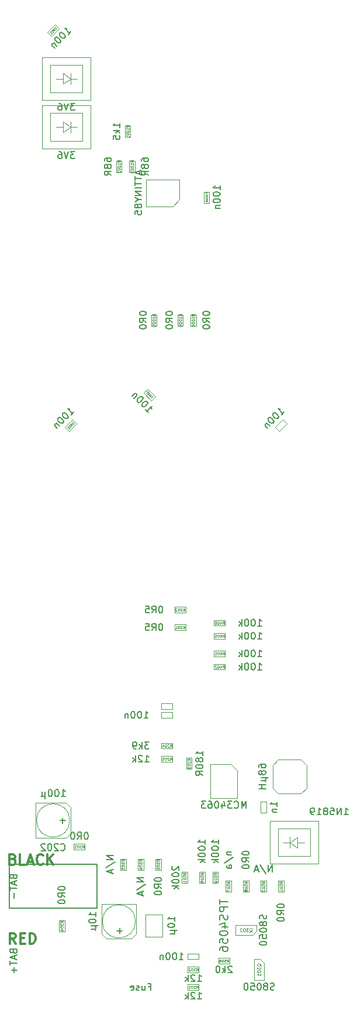
<source format=gbr>
G04 #@! TF.FileFunction,Other,Fab,Bot*
%FSLAX46Y46*%
G04 Gerber Fmt 4.6, Leading zero omitted, Abs format (unit mm)*
G04 Created by KiCad (PCBNEW 4.0.7) date 07/30/18 15:36:35*
%MOMM*%
%LPD*%
G01*
G04 APERTURE LIST*
%ADD10C,0.100000*%
%ADD11C,0.300000*%
%ADD12C,0.200000*%
%ADD13C,0.150000*%
%ADD14C,0.075000*%
G04 APERTURE END LIST*
D10*
D11*
X45390715Y-172763571D02*
X44890715Y-172049286D01*
X44533572Y-172763571D02*
X44533572Y-171263571D01*
X45105000Y-171263571D01*
X45247858Y-171335000D01*
X45319286Y-171406429D01*
X45390715Y-171549286D01*
X45390715Y-171763571D01*
X45319286Y-171906429D01*
X45247858Y-171977857D01*
X45105000Y-172049286D01*
X44533572Y-172049286D01*
X46033572Y-171977857D02*
X46533572Y-171977857D01*
X46747858Y-172763571D02*
X46033572Y-172763571D01*
X46033572Y-171263571D01*
X46747858Y-171263571D01*
X47390715Y-172763571D02*
X47390715Y-171263571D01*
X47747858Y-171263571D01*
X47962143Y-171335000D01*
X48105001Y-171477857D01*
X48176429Y-171620714D01*
X48247858Y-171906429D01*
X48247858Y-172120714D01*
X48176429Y-172406429D01*
X48105001Y-172549286D01*
X47962143Y-172692143D01*
X47747858Y-172763571D01*
X47390715Y-172763571D01*
X44982143Y-160547857D02*
X45196429Y-160619286D01*
X45267857Y-160690714D01*
X45339286Y-160833571D01*
X45339286Y-161047857D01*
X45267857Y-161190714D01*
X45196429Y-161262143D01*
X45053571Y-161333571D01*
X44482143Y-161333571D01*
X44482143Y-159833571D01*
X44982143Y-159833571D01*
X45125000Y-159905000D01*
X45196429Y-159976429D01*
X45267857Y-160119286D01*
X45267857Y-160262143D01*
X45196429Y-160405000D01*
X45125000Y-160476429D01*
X44982143Y-160547857D01*
X44482143Y-160547857D01*
X46696429Y-161333571D02*
X45982143Y-161333571D01*
X45982143Y-159833571D01*
X47125000Y-160905000D02*
X47839286Y-160905000D01*
X46982143Y-161333571D02*
X47482143Y-159833571D01*
X47982143Y-161333571D01*
X49339286Y-161190714D02*
X49267857Y-161262143D01*
X49053571Y-161333571D01*
X48910714Y-161333571D01*
X48696429Y-161262143D01*
X48553571Y-161119286D01*
X48482143Y-160976429D01*
X48410714Y-160690714D01*
X48410714Y-160476429D01*
X48482143Y-160190714D01*
X48553571Y-160047857D01*
X48696429Y-159905000D01*
X48910714Y-159833571D01*
X49053571Y-159833571D01*
X49267857Y-159905000D01*
X49339286Y-159976429D01*
X49982143Y-161333571D02*
X49982143Y-159833571D01*
X50839286Y-161333571D02*
X50196429Y-160476429D01*
X50839286Y-159833571D02*
X49982143Y-160690714D01*
D12*
X57150000Y-167640000D02*
X57150000Y-161290000D01*
X44450000Y-167640000D02*
X57150000Y-167640000D01*
X44450000Y-161290000D02*
X44450000Y-167640000D01*
X57150000Y-161290000D02*
X44450000Y-161290000D01*
D10*
X69125000Y-65085000D02*
X69125000Y-62185000D01*
X69125000Y-62185000D02*
X64225000Y-62185000D01*
X64225000Y-62185000D02*
X64225000Y-66085000D01*
X64225000Y-66085000D02*
X68125000Y-66085000D01*
X68125000Y-66085000D02*
X69125000Y-65085000D01*
X81680000Y-152235000D02*
X80880000Y-152235000D01*
X81680000Y-153835000D02*
X81680000Y-152235000D01*
X80880000Y-153835000D02*
X81680000Y-153835000D01*
X80880000Y-152235000D02*
X80880000Y-153835000D01*
X66510000Y-138030000D02*
X66510000Y-138830000D01*
X68110000Y-138030000D02*
X66510000Y-138030000D01*
X68110000Y-138830000D02*
X68110000Y-138030000D01*
X66510000Y-138830000D02*
X68110000Y-138830000D01*
X66510000Y-139300000D02*
X66510000Y-140100000D01*
X68110000Y-139300000D02*
X66510000Y-139300000D01*
X68110000Y-140100000D02*
X68110000Y-139300000D01*
X66510000Y-140100000D02*
X68110000Y-140100000D01*
X70320000Y-174225000D02*
X70320000Y-175025000D01*
X71920000Y-174225000D02*
X70320000Y-174225000D01*
X71920000Y-175025000D02*
X71920000Y-174225000D01*
X70320000Y-175025000D02*
X71920000Y-175025000D01*
X66655000Y-168580000D02*
X64155000Y-168580000D01*
X66655000Y-171780000D02*
X66655000Y-168580000D01*
X64155000Y-171780000D02*
X66655000Y-171780000D01*
X64155000Y-168580000D02*
X64155000Y-171780000D01*
X82971472Y-98072843D02*
X83537157Y-98638528D01*
X84102843Y-96941472D02*
X82971472Y-98072843D01*
X84668528Y-97507157D02*
X84102843Y-96941472D01*
X83537157Y-98638528D02*
X84668528Y-97507157D01*
X53057157Y-98638528D02*
X54188528Y-97507157D01*
X54188528Y-97507157D02*
X53622843Y-96941472D01*
X53622843Y-96941472D02*
X52491472Y-98072843D01*
X52491472Y-98072843D02*
X53057157Y-98638528D01*
X65618528Y-93627843D02*
X64487157Y-92496472D01*
X64487157Y-92496472D02*
X63921472Y-93062157D01*
X63921472Y-93062157D02*
X65052843Y-94193528D01*
X65052843Y-94193528D02*
X65618528Y-93627843D01*
X51082843Y-39791472D02*
X49951472Y-40922843D01*
X49951472Y-40922843D02*
X50517157Y-41488528D01*
X50517157Y-41488528D02*
X51648528Y-40357157D01*
X51648528Y-40357157D02*
X51082843Y-39791472D01*
X72625000Y-63970000D02*
X72625000Y-65570000D01*
X72625000Y-65570000D02*
X73425000Y-65570000D01*
X73425000Y-65570000D02*
X73425000Y-63970000D01*
X73425000Y-63970000D02*
X72625000Y-63970000D01*
X85090000Y-151040000D02*
X86740000Y-151040000D01*
X86740000Y-151040000D02*
X87540000Y-150240000D01*
X87540000Y-150240000D02*
X87540000Y-148590000D01*
X85090000Y-146140000D02*
X86740000Y-146140000D01*
X86740000Y-146140000D02*
X87540000Y-146940000D01*
X87540000Y-146940000D02*
X87540000Y-148590000D01*
X85090000Y-146140000D02*
X83440000Y-146140000D01*
X83440000Y-146140000D02*
X82640000Y-146940000D01*
X82640000Y-146940000D02*
X82640000Y-148590000D01*
X85090000Y-151040000D02*
X83440000Y-151040000D01*
X83440000Y-151040000D02*
X82640000Y-150240000D01*
X82640000Y-150240000D02*
X82640000Y-148590000D01*
X81345000Y-175580000D02*
X81345000Y-178030000D01*
X80795000Y-175010000D02*
X79945000Y-175010000D01*
X81345000Y-175580000D02*
X80795000Y-175010000D01*
X79945000Y-175010000D02*
X79945000Y-178050000D01*
X81345000Y-178050000D02*
X79945000Y-178050000D01*
X79690000Y-171515000D02*
X77240000Y-171515000D01*
X80260000Y-170965000D02*
X80260000Y-170115000D01*
X79690000Y-171515000D02*
X80260000Y-170965000D01*
X80260000Y-170115000D02*
X77220000Y-170115000D01*
X77220000Y-171515000D02*
X77220000Y-170115000D01*
X68415000Y-126600000D02*
X68415000Y-127400000D01*
X70015000Y-126600000D02*
X68415000Y-126600000D01*
X70015000Y-127400000D02*
X70015000Y-126600000D01*
X68415000Y-127400000D02*
X70015000Y-127400000D01*
X68415000Y-124060000D02*
X68415000Y-124860000D01*
X70015000Y-124060000D02*
X68415000Y-124060000D01*
X70015000Y-124860000D02*
X70015000Y-124060000D01*
X68415000Y-124860000D02*
X70015000Y-124860000D01*
X70885000Y-145885000D02*
X70085000Y-145885000D01*
X70885000Y-147485000D02*
X70885000Y-145885000D01*
X70085000Y-147485000D02*
X70885000Y-147485000D01*
X70085000Y-145885000D02*
X70085000Y-147485000D01*
X66510000Y-143745000D02*
X66510000Y-144545000D01*
X68110000Y-143745000D02*
X66510000Y-143745000D01*
X68110000Y-144545000D02*
X68110000Y-143745000D01*
X66510000Y-144545000D02*
X68110000Y-144545000D01*
X66510000Y-145650000D02*
X66510000Y-146450000D01*
X68110000Y-145650000D02*
X66510000Y-145650000D01*
X68110000Y-146450000D02*
X68110000Y-145650000D01*
X66510000Y-146450000D02*
X68110000Y-146450000D01*
X70320000Y-178670000D02*
X70320000Y-179470000D01*
X71920000Y-178670000D02*
X70320000Y-178670000D01*
X71920000Y-179470000D02*
X71920000Y-178670000D01*
X70320000Y-179470000D02*
X71920000Y-179470000D01*
X70320000Y-176130000D02*
X70320000Y-176930000D01*
X71920000Y-176130000D02*
X70320000Y-176130000D01*
X71920000Y-176930000D02*
X71920000Y-176130000D01*
X70320000Y-176930000D02*
X71920000Y-176930000D01*
X53810000Y-158350000D02*
X53810000Y-159150000D01*
X55410000Y-158350000D02*
X53810000Y-158350000D01*
X55410000Y-159150000D02*
X55410000Y-158350000D01*
X53810000Y-159150000D02*
X55410000Y-159150000D01*
X74130000Y-130410000D02*
X74130000Y-131210000D01*
X75730000Y-130410000D02*
X74130000Y-130410000D01*
X75730000Y-131210000D02*
X75730000Y-130410000D01*
X74130000Y-131210000D02*
X75730000Y-131210000D01*
X75730000Y-133115000D02*
X75730000Y-132315000D01*
X74130000Y-133115000D02*
X75730000Y-133115000D01*
X74130000Y-132315000D02*
X74130000Y-133115000D01*
X75730000Y-132315000D02*
X74130000Y-132315000D01*
X74130000Y-127870000D02*
X74130000Y-128670000D01*
X75730000Y-127870000D02*
X74130000Y-127870000D01*
X75730000Y-128670000D02*
X75730000Y-127870000D01*
X74130000Y-128670000D02*
X75730000Y-128670000D01*
X75730000Y-126765000D02*
X75730000Y-125965000D01*
X74130000Y-126765000D02*
X75730000Y-126765000D01*
X74130000Y-125965000D02*
X74130000Y-126765000D01*
X75730000Y-125965000D02*
X74130000Y-125965000D01*
X84220000Y-163665000D02*
X83420000Y-163665000D01*
X84220000Y-165265000D02*
X84220000Y-163665000D01*
X83420000Y-165265000D02*
X84220000Y-165265000D01*
X83420000Y-163665000D02*
X83420000Y-165265000D01*
X81680000Y-163665000D02*
X80880000Y-163665000D01*
X81680000Y-165265000D02*
X81680000Y-163665000D01*
X80880000Y-165265000D02*
X81680000Y-165265000D01*
X80880000Y-163665000D02*
X80880000Y-165265000D01*
X61360000Y-160490000D02*
X60560000Y-160490000D01*
X61360000Y-162090000D02*
X61360000Y-160490000D01*
X60560000Y-162090000D02*
X61360000Y-162090000D01*
X60560000Y-160490000D02*
X60560000Y-162090000D01*
X63900000Y-160490000D02*
X63100000Y-160490000D01*
X63900000Y-162090000D02*
X63900000Y-160490000D01*
X63100000Y-162090000D02*
X63900000Y-162090000D01*
X63100000Y-160490000D02*
X63100000Y-162090000D01*
X65640000Y-162090000D02*
X66440000Y-162090000D01*
X65640000Y-160490000D02*
X65640000Y-162090000D01*
X66440000Y-160490000D02*
X65640000Y-160490000D01*
X66440000Y-162090000D02*
X66440000Y-160490000D01*
X74765000Y-174860000D02*
X74765000Y-175660000D01*
X76365000Y-174860000D02*
X74765000Y-174860000D01*
X76365000Y-175660000D02*
X76365000Y-174860000D01*
X74765000Y-175660000D02*
X76365000Y-175660000D01*
X76600000Y-163665000D02*
X75800000Y-163665000D01*
X76600000Y-165265000D02*
X76600000Y-163665000D01*
X75800000Y-165265000D02*
X76600000Y-165265000D01*
X75800000Y-163665000D02*
X75800000Y-165265000D01*
X79140000Y-163665000D02*
X78340000Y-163665000D01*
X79140000Y-165265000D02*
X79140000Y-163665000D01*
X78340000Y-165265000D02*
X79140000Y-165265000D01*
X78340000Y-163665000D02*
X78340000Y-165265000D01*
X72790000Y-162395000D02*
X71990000Y-162395000D01*
X72790000Y-163995000D02*
X72790000Y-162395000D01*
X71990000Y-163995000D02*
X72790000Y-163995000D01*
X71990000Y-162395000D02*
X71990000Y-163995000D01*
X73895000Y-163995000D02*
X74695000Y-163995000D01*
X73895000Y-162395000D02*
X73895000Y-163995000D01*
X74695000Y-162395000D02*
X73895000Y-162395000D01*
X74695000Y-163995000D02*
X74695000Y-162395000D01*
X70250000Y-162395000D02*
X69450000Y-162395000D01*
X70250000Y-163995000D02*
X70250000Y-162395000D01*
X69450000Y-163995000D02*
X70250000Y-163995000D01*
X69450000Y-162395000D02*
X69450000Y-163995000D01*
X61195000Y-56045000D02*
X61995000Y-56045000D01*
X61195000Y-54445000D02*
X61195000Y-56045000D01*
X61995000Y-54445000D02*
X61195000Y-54445000D01*
X61995000Y-56045000D02*
X61995000Y-54445000D01*
X59925000Y-61125000D02*
X60725000Y-61125000D01*
X59925000Y-59525000D02*
X59925000Y-61125000D01*
X60725000Y-59525000D02*
X59925000Y-59525000D01*
X60725000Y-61125000D02*
X60725000Y-59525000D01*
X61830000Y-61125000D02*
X62630000Y-61125000D01*
X61830000Y-59525000D02*
X61830000Y-61125000D01*
X62630000Y-59525000D02*
X61830000Y-59525000D01*
X62630000Y-61125000D02*
X62630000Y-59525000D01*
X70720000Y-83350000D02*
X71520000Y-83350000D01*
X70720000Y-81750000D02*
X70720000Y-83350000D01*
X71520000Y-81750000D02*
X70720000Y-81750000D01*
X71520000Y-83350000D02*
X71520000Y-81750000D01*
X65005000Y-83350000D02*
X65805000Y-83350000D01*
X65005000Y-81750000D02*
X65005000Y-83350000D01*
X65805000Y-81750000D02*
X65005000Y-81750000D01*
X65805000Y-83350000D02*
X65805000Y-81750000D01*
X68815000Y-83350000D02*
X69615000Y-83350000D01*
X68815000Y-81750000D02*
X68815000Y-83350000D01*
X69615000Y-81750000D02*
X68815000Y-81750000D01*
X69615000Y-83350000D02*
X69615000Y-81750000D01*
X76515000Y-146775000D02*
X73615000Y-146775000D01*
X73615000Y-146775000D02*
X73615000Y-151675000D01*
X73615000Y-151675000D02*
X77515000Y-151675000D01*
X77515000Y-151675000D02*
X77515000Y-147775000D01*
X77515000Y-147775000D02*
X76515000Y-146775000D01*
X52470000Y-169380000D02*
X51670000Y-169380000D01*
X52470000Y-170980000D02*
X52470000Y-169380000D01*
X51670000Y-170980000D02*
X52470000Y-170980000D01*
X51670000Y-169380000D02*
X51670000Y-170980000D01*
X53202082Y-154940000D02*
G75*
G03X53202082Y-154940000I-2402082J0D01*
G01*
X48290000Y-157450000D02*
X48290000Y-152430000D01*
X52640000Y-157450000D02*
X48290000Y-157450000D01*
X53310000Y-156780000D02*
X52640000Y-157450000D01*
X53310000Y-153100000D02*
X53310000Y-156780000D01*
X52640000Y-152430000D02*
X53310000Y-153100000D01*
X48290000Y-152430000D02*
X52640000Y-152430000D01*
X62727082Y-169545000D02*
G75*
G03X62727082Y-169545000I-2402082J0D01*
G01*
X57815000Y-167035000D02*
X62835000Y-167035000D01*
X57815000Y-171385000D02*
X57815000Y-167035000D01*
X58485000Y-172055000D02*
X57815000Y-171385000D01*
X62165000Y-172055000D02*
X58485000Y-172055000D01*
X62835000Y-171385000D02*
X62165000Y-172055000D01*
X62835000Y-167035000D02*
X62835000Y-171385000D01*
X89275000Y-155015000D02*
X82175000Y-155015000D01*
X82175000Y-155015000D02*
X82175000Y-161215000D01*
X89275000Y-161215000D02*
X89275000Y-155015000D01*
X89275000Y-161215000D02*
X82175000Y-161215000D01*
X88025000Y-156115000D02*
X83425000Y-156115000D01*
X83425000Y-156115000D02*
X83425000Y-160115000D01*
X88025000Y-160115000D02*
X88025000Y-156115000D01*
X88025000Y-160115000D02*
X83425000Y-160115000D01*
X85075560Y-158113980D02*
X84173860Y-158113980D01*
X86226180Y-158113980D02*
X87224400Y-158113980D01*
X85075560Y-158914080D02*
X85075560Y-157313880D01*
X86226180Y-157364680D02*
X86226180Y-158914080D01*
X85075560Y-158113980D02*
X86226180Y-157364680D01*
X85075560Y-158113980D02*
X86226180Y-158914080D01*
X49155000Y-50725000D02*
X56255000Y-50725000D01*
X56255000Y-50725000D02*
X56255000Y-44525000D01*
X49155000Y-44525000D02*
X49155000Y-50725000D01*
X49155000Y-44525000D02*
X56255000Y-44525000D01*
X50405000Y-49625000D02*
X55005000Y-49625000D01*
X55005000Y-49625000D02*
X55005000Y-45625000D01*
X50405000Y-45625000D02*
X50405000Y-49625000D01*
X50405000Y-45625000D02*
X55005000Y-45625000D01*
X53354440Y-47626020D02*
X54256140Y-47626020D01*
X52203820Y-47626020D02*
X51205600Y-47626020D01*
X53354440Y-46825920D02*
X53354440Y-48426120D01*
X52203820Y-48375320D02*
X52203820Y-46825920D01*
X53354440Y-47626020D02*
X52203820Y-48375320D01*
X53354440Y-47626020D02*
X52203820Y-46825920D01*
X49155000Y-57710000D02*
X56255000Y-57710000D01*
X56255000Y-57710000D02*
X56255000Y-51510000D01*
X49155000Y-51510000D02*
X49155000Y-57710000D01*
X49155000Y-51510000D02*
X56255000Y-51510000D01*
X50405000Y-56610000D02*
X55005000Y-56610000D01*
X55005000Y-56610000D02*
X55005000Y-52610000D01*
X50405000Y-52610000D02*
X50405000Y-56610000D01*
X50405000Y-52610000D02*
X55005000Y-52610000D01*
X53354440Y-54611020D02*
X54256140Y-54611020D01*
X52203820Y-54611020D02*
X51205600Y-54611020D01*
X53354440Y-53810920D02*
X53354440Y-55411120D01*
X52203820Y-55360320D02*
X52203820Y-53810920D01*
X53354440Y-54611020D02*
X52203820Y-55360320D01*
X53354440Y-54611020D02*
X52203820Y-53810920D01*
D13*
X63341667Y-60992143D02*
X63341667Y-61468334D01*
X63627381Y-60896905D02*
X62627381Y-61230238D01*
X63627381Y-61563572D01*
X62627381Y-61754048D02*
X62627381Y-62325477D01*
X63627381Y-62039762D02*
X62627381Y-62039762D01*
X62627381Y-62515953D02*
X62627381Y-63087382D01*
X63627381Y-62801667D02*
X62627381Y-62801667D01*
X63627381Y-63420715D02*
X62627381Y-63420715D01*
X63627381Y-63896905D02*
X62627381Y-63896905D01*
X63627381Y-64468334D01*
X62627381Y-64468334D01*
X63151190Y-65135000D02*
X63627381Y-65135000D01*
X62627381Y-64801667D02*
X63151190Y-65135000D01*
X62627381Y-65468334D01*
X63055952Y-65944524D02*
X63008333Y-65849286D01*
X62960714Y-65801667D01*
X62865476Y-65754048D01*
X62817857Y-65754048D01*
X62722619Y-65801667D01*
X62675000Y-65849286D01*
X62627381Y-65944524D01*
X62627381Y-66135001D01*
X62675000Y-66230239D01*
X62722619Y-66277858D01*
X62817857Y-66325477D01*
X62865476Y-66325477D01*
X62960714Y-66277858D01*
X63008333Y-66230239D01*
X63055952Y-66135001D01*
X63055952Y-65944524D01*
X63103571Y-65849286D01*
X63151190Y-65801667D01*
X63246429Y-65754048D01*
X63436905Y-65754048D01*
X63532143Y-65801667D01*
X63579762Y-65849286D01*
X63627381Y-65944524D01*
X63627381Y-66135001D01*
X63579762Y-66230239D01*
X63532143Y-66277858D01*
X63436905Y-66325477D01*
X63246429Y-66325477D01*
X63151190Y-66277858D01*
X63103571Y-66230239D01*
X63055952Y-66135001D01*
X62627381Y-67230239D02*
X62627381Y-66754048D01*
X63103571Y-66706429D01*
X63055952Y-66754048D01*
X63008333Y-66849286D01*
X63008333Y-67087382D01*
X63055952Y-67182620D01*
X63103571Y-67230239D01*
X63198810Y-67277858D01*
X63436905Y-67277858D01*
X63532143Y-67230239D01*
X63579762Y-67182620D01*
X63627381Y-67087382D01*
X63627381Y-66849286D01*
X63579762Y-66754048D01*
X63532143Y-66706429D01*
X83232381Y-152868334D02*
X83232381Y-152296905D01*
X83232381Y-152582619D02*
X82232381Y-152582619D01*
X82375238Y-152487381D01*
X82470476Y-152392143D01*
X82518095Y-152296905D01*
X82565714Y-153296905D02*
X83232381Y-153296905D01*
X82660952Y-153296905D02*
X82613333Y-153344524D01*
X82565714Y-153439762D01*
X82565714Y-153582620D01*
X82613333Y-153677858D01*
X82708571Y-153725477D01*
X83232381Y-153725477D01*
X63984047Y-140152381D02*
X64555476Y-140152381D01*
X64269762Y-140152381D02*
X64269762Y-139152381D01*
X64365000Y-139295238D01*
X64460238Y-139390476D01*
X64555476Y-139438095D01*
X63365000Y-139152381D02*
X63269761Y-139152381D01*
X63174523Y-139200000D01*
X63126904Y-139247619D01*
X63079285Y-139342857D01*
X63031666Y-139533333D01*
X63031666Y-139771429D01*
X63079285Y-139961905D01*
X63126904Y-140057143D01*
X63174523Y-140104762D01*
X63269761Y-140152381D01*
X63365000Y-140152381D01*
X63460238Y-140104762D01*
X63507857Y-140057143D01*
X63555476Y-139961905D01*
X63603095Y-139771429D01*
X63603095Y-139533333D01*
X63555476Y-139342857D01*
X63507857Y-139247619D01*
X63460238Y-139200000D01*
X63365000Y-139152381D01*
X62412619Y-139152381D02*
X62317380Y-139152381D01*
X62222142Y-139200000D01*
X62174523Y-139247619D01*
X62126904Y-139342857D01*
X62079285Y-139533333D01*
X62079285Y-139771429D01*
X62126904Y-139961905D01*
X62174523Y-140057143D01*
X62222142Y-140104762D01*
X62317380Y-140152381D01*
X62412619Y-140152381D01*
X62507857Y-140104762D01*
X62555476Y-140057143D01*
X62603095Y-139961905D01*
X62650714Y-139771429D01*
X62650714Y-139533333D01*
X62603095Y-139342857D01*
X62555476Y-139247619D01*
X62507857Y-139200000D01*
X62412619Y-139152381D01*
X61650714Y-139485714D02*
X61650714Y-140152381D01*
X61650714Y-139580952D02*
X61603095Y-139533333D01*
X61507857Y-139485714D01*
X61364999Y-139485714D01*
X61269761Y-139533333D01*
X61222142Y-139628571D01*
X61222142Y-140152381D01*
X69064047Y-175077381D02*
X69635476Y-175077381D01*
X69349762Y-175077381D02*
X69349762Y-174077381D01*
X69445000Y-174220238D01*
X69540238Y-174315476D01*
X69635476Y-174363095D01*
X68445000Y-174077381D02*
X68349761Y-174077381D01*
X68254523Y-174125000D01*
X68206904Y-174172619D01*
X68159285Y-174267857D01*
X68111666Y-174458333D01*
X68111666Y-174696429D01*
X68159285Y-174886905D01*
X68206904Y-174982143D01*
X68254523Y-175029762D01*
X68349761Y-175077381D01*
X68445000Y-175077381D01*
X68540238Y-175029762D01*
X68587857Y-174982143D01*
X68635476Y-174886905D01*
X68683095Y-174696429D01*
X68683095Y-174458333D01*
X68635476Y-174267857D01*
X68587857Y-174172619D01*
X68540238Y-174125000D01*
X68445000Y-174077381D01*
X67492619Y-174077381D02*
X67397380Y-174077381D01*
X67302142Y-174125000D01*
X67254523Y-174172619D01*
X67206904Y-174267857D01*
X67159285Y-174458333D01*
X67159285Y-174696429D01*
X67206904Y-174886905D01*
X67254523Y-174982143D01*
X67302142Y-175029762D01*
X67397380Y-175077381D01*
X67492619Y-175077381D01*
X67587857Y-175029762D01*
X67635476Y-174982143D01*
X67683095Y-174886905D01*
X67730714Y-174696429D01*
X67730714Y-174458333D01*
X67683095Y-174267857D01*
X67635476Y-174172619D01*
X67587857Y-174125000D01*
X67492619Y-174077381D01*
X66730714Y-174410714D02*
X66730714Y-175077381D01*
X66730714Y-174505952D02*
X66683095Y-174458333D01*
X66587857Y-174410714D01*
X66444999Y-174410714D01*
X66349761Y-174458333D01*
X66302142Y-174553571D01*
X66302142Y-175077381D01*
X68397381Y-169465715D02*
X68397381Y-168894286D01*
X68397381Y-169180000D02*
X67397381Y-169180000D01*
X67540238Y-169084762D01*
X67635476Y-168989524D01*
X67683095Y-168894286D01*
X67397381Y-170084762D02*
X67397381Y-170180001D01*
X67445000Y-170275239D01*
X67492619Y-170322858D01*
X67587857Y-170370477D01*
X67778333Y-170418096D01*
X68016429Y-170418096D01*
X68206905Y-170370477D01*
X68302143Y-170322858D01*
X68349762Y-170275239D01*
X68397381Y-170180001D01*
X68397381Y-170084762D01*
X68349762Y-169989524D01*
X68302143Y-169941905D01*
X68206905Y-169894286D01*
X68016429Y-169846667D01*
X67778333Y-169846667D01*
X67587857Y-169894286D01*
X67492619Y-169941905D01*
X67445000Y-169989524D01*
X67397381Y-170084762D01*
X67730714Y-170846667D02*
X68730714Y-170846667D01*
X68254524Y-171322858D02*
X68349762Y-171370477D01*
X68397381Y-171465715D01*
X68254524Y-170846667D02*
X68349762Y-170894286D01*
X68397381Y-170989524D01*
X68397381Y-171180001D01*
X68349762Y-171275239D01*
X68254524Y-171322858D01*
X67730714Y-171322858D01*
X83870507Y-96257936D02*
X84274569Y-95853875D01*
X84072538Y-96055905D02*
X83365432Y-95348798D01*
X83533790Y-95382470D01*
X83668477Y-95382470D01*
X83769492Y-95348798D01*
X82725668Y-95988562D02*
X82658324Y-96055906D01*
X82624652Y-96156921D01*
X82624652Y-96224264D01*
X82658324Y-96325279D01*
X82759339Y-96493638D01*
X82927699Y-96661997D01*
X83096057Y-96763012D01*
X83197072Y-96796684D01*
X83264416Y-96796684D01*
X83365431Y-96763012D01*
X83432775Y-96695668D01*
X83466447Y-96594653D01*
X83466447Y-96527310D01*
X83432775Y-96426295D01*
X83331760Y-96257936D01*
X83163401Y-96089577D01*
X82995042Y-95988562D01*
X82894027Y-95954890D01*
X82826683Y-95954890D01*
X82725668Y-95988562D01*
X82052233Y-96661997D02*
X81984889Y-96729341D01*
X81951217Y-96830356D01*
X81951217Y-96897699D01*
X81984889Y-96998714D01*
X82085904Y-97167073D01*
X82254264Y-97335432D01*
X82422622Y-97436447D01*
X82523637Y-97470119D01*
X82590981Y-97470119D01*
X82691996Y-97436447D01*
X82759340Y-97369103D01*
X82793012Y-97268088D01*
X82793012Y-97200745D01*
X82759340Y-97099730D01*
X82658325Y-96931371D01*
X82489966Y-96763012D01*
X82321607Y-96661997D01*
X82220592Y-96628325D01*
X82153248Y-96628325D01*
X82052233Y-96661997D01*
X81749187Y-97436447D02*
X82220592Y-97907852D01*
X81816530Y-97503790D02*
X81749187Y-97503790D01*
X81648172Y-97537462D01*
X81547156Y-97638478D01*
X81513484Y-97739493D01*
X81547156Y-97840508D01*
X81917546Y-98210898D01*
X53390507Y-96257936D02*
X53794569Y-95853875D01*
X53592538Y-96055905D02*
X52885432Y-95348798D01*
X53053790Y-95382470D01*
X53188477Y-95382470D01*
X53289492Y-95348798D01*
X52245668Y-95988562D02*
X52178324Y-96055906D01*
X52144652Y-96156921D01*
X52144652Y-96224264D01*
X52178324Y-96325279D01*
X52279339Y-96493638D01*
X52447699Y-96661997D01*
X52616057Y-96763012D01*
X52717072Y-96796684D01*
X52784416Y-96796684D01*
X52885431Y-96763012D01*
X52952775Y-96695668D01*
X52986447Y-96594653D01*
X52986447Y-96527310D01*
X52952775Y-96426295D01*
X52851760Y-96257936D01*
X52683401Y-96089577D01*
X52515042Y-95988562D01*
X52414027Y-95954890D01*
X52346683Y-95954890D01*
X52245668Y-95988562D01*
X51572233Y-96661997D02*
X51504889Y-96729341D01*
X51471217Y-96830356D01*
X51471217Y-96897699D01*
X51504889Y-96998714D01*
X51605904Y-97167073D01*
X51774264Y-97335432D01*
X51942622Y-97436447D01*
X52043637Y-97470119D01*
X52110981Y-97470119D01*
X52211996Y-97436447D01*
X52279340Y-97369103D01*
X52313012Y-97268088D01*
X52313012Y-97200745D01*
X52279340Y-97099730D01*
X52178325Y-96931371D01*
X52009966Y-96763012D01*
X51841607Y-96661997D01*
X51740592Y-96628325D01*
X51673248Y-96628325D01*
X51572233Y-96661997D01*
X51269187Y-97436447D02*
X51740592Y-97907852D01*
X51336530Y-97503790D02*
X51269187Y-97503790D01*
X51168172Y-97537462D01*
X51067156Y-97638478D01*
X51033484Y-97739493D01*
X51067156Y-97840508D01*
X51437546Y-98210898D01*
D14*
X53653147Y-97628376D02*
X53673351Y-97628376D01*
X53713756Y-97608172D01*
X53733959Y-97587970D01*
X53754162Y-97547564D01*
X53754162Y-97507157D01*
X53744061Y-97476854D01*
X53713756Y-97426346D01*
X53683452Y-97396041D01*
X53632944Y-97365737D01*
X53602639Y-97355634D01*
X53562233Y-97355635D01*
X53521827Y-97375838D01*
X53501624Y-97396040D01*
X53481421Y-97436447D01*
X53481421Y-97456650D01*
X53279390Y-97618274D02*
X53319797Y-97577868D01*
X53350101Y-97567767D01*
X53370304Y-97567767D01*
X53420812Y-97577869D01*
X53471320Y-97608173D01*
X53552131Y-97688985D01*
X53562233Y-97719290D01*
X53562234Y-97739493D01*
X53552131Y-97769797D01*
X53511725Y-97810203D01*
X53481421Y-97820305D01*
X53461218Y-97820305D01*
X53430913Y-97810203D01*
X53380406Y-97759696D01*
X53370304Y-97729391D01*
X53370304Y-97709188D01*
X53380405Y-97678884D01*
X53420812Y-97638478D01*
X53451117Y-97628376D01*
X53471319Y-97628376D01*
X53501624Y-97638478D01*
X53127868Y-97769797D02*
X53107665Y-97790000D01*
X53097563Y-97820304D01*
X53097563Y-97840508D01*
X53107665Y-97870812D01*
X53137970Y-97921320D01*
X53188478Y-97971828D01*
X53238984Y-98002132D01*
X53269289Y-98012234D01*
X53289493Y-98012234D01*
X53319797Y-98002132D01*
X53340000Y-97981929D01*
X53350102Y-97951625D01*
X53350102Y-97931421D01*
X53339999Y-97901117D01*
X53309696Y-97850610D01*
X53259188Y-97800102D01*
X53208680Y-97769797D01*
X53178376Y-97759696D01*
X53158172Y-97759696D01*
X53127868Y-97769797D01*
X52996548Y-97941523D02*
X52976345Y-97941523D01*
X52946040Y-97951624D01*
X52895532Y-98002132D01*
X52885431Y-98032437D01*
X52885431Y-98052640D01*
X52895533Y-98082944D01*
X52915737Y-98103147D01*
X52956142Y-98123351D01*
X53198579Y-98123350D01*
X53067259Y-98254670D01*
D13*
X64180744Y-95516827D02*
X64584805Y-95920889D01*
X64382775Y-95718858D02*
X65089882Y-95011752D01*
X65056210Y-95180110D01*
X65056210Y-95314797D01*
X65089882Y-95415812D01*
X64450118Y-94371988D02*
X64382774Y-94304644D01*
X64281759Y-94270972D01*
X64214416Y-94270972D01*
X64113401Y-94304644D01*
X63945042Y-94405659D01*
X63776683Y-94574019D01*
X63675668Y-94742377D01*
X63641996Y-94843392D01*
X63641996Y-94910736D01*
X63675668Y-95011751D01*
X63743012Y-95079095D01*
X63844027Y-95112767D01*
X63911370Y-95112767D01*
X64012385Y-95079095D01*
X64180744Y-94978080D01*
X64349103Y-94809721D01*
X64450118Y-94641362D01*
X64483790Y-94540347D01*
X64483790Y-94473003D01*
X64450118Y-94371988D01*
X63776683Y-93698553D02*
X63709339Y-93631209D01*
X63608324Y-93597537D01*
X63540981Y-93597537D01*
X63439966Y-93631209D01*
X63271607Y-93732224D01*
X63103248Y-93900584D01*
X63002233Y-94068942D01*
X62968561Y-94169957D01*
X62968561Y-94237301D01*
X63002233Y-94338316D01*
X63069577Y-94405660D01*
X63170592Y-94439332D01*
X63237935Y-94439332D01*
X63338950Y-94405660D01*
X63507309Y-94304645D01*
X63675668Y-94136286D01*
X63776683Y-93967927D01*
X63810355Y-93866912D01*
X63810355Y-93799568D01*
X63776683Y-93698553D01*
X63002233Y-93395507D02*
X62530828Y-93866912D01*
X62934890Y-93462850D02*
X62934890Y-93395507D01*
X62901218Y-93294492D01*
X62800202Y-93193476D01*
X62699187Y-93159804D01*
X62598172Y-93193476D01*
X62227782Y-93563866D01*
D14*
X64931624Y-93658147D02*
X64931624Y-93678351D01*
X64951828Y-93718756D01*
X64972030Y-93738959D01*
X65012436Y-93759162D01*
X65052843Y-93759162D01*
X65083146Y-93749061D01*
X65133654Y-93718756D01*
X65163959Y-93688452D01*
X65194263Y-93637944D01*
X65204366Y-93607639D01*
X65204365Y-93567233D01*
X65184162Y-93526827D01*
X65163960Y-93506624D01*
X65123553Y-93486421D01*
X65103350Y-93486421D01*
X64941726Y-93284390D02*
X64982132Y-93324797D01*
X64992233Y-93355101D01*
X64992233Y-93375304D01*
X64982131Y-93425812D01*
X64951827Y-93476320D01*
X64871015Y-93557131D01*
X64840710Y-93567233D01*
X64820507Y-93567234D01*
X64790203Y-93557131D01*
X64749797Y-93516725D01*
X64739695Y-93486421D01*
X64739695Y-93466218D01*
X64749797Y-93435913D01*
X64800304Y-93385406D01*
X64830609Y-93375304D01*
X64850812Y-93375304D01*
X64881116Y-93385405D01*
X64921522Y-93425812D01*
X64931624Y-93456117D01*
X64931624Y-93476319D01*
X64921522Y-93506624D01*
X64790203Y-93132868D02*
X64770000Y-93112665D01*
X64739696Y-93102563D01*
X64719492Y-93102563D01*
X64689188Y-93112665D01*
X64638680Y-93142970D01*
X64588172Y-93193478D01*
X64557868Y-93243984D01*
X64547766Y-93274289D01*
X64547766Y-93294493D01*
X64557868Y-93324797D01*
X64578071Y-93345000D01*
X64608375Y-93355102D01*
X64628579Y-93355102D01*
X64658883Y-93344999D01*
X64709390Y-93314696D01*
X64759898Y-93264188D01*
X64790203Y-93213680D01*
X64800304Y-93183376D01*
X64800304Y-93163172D01*
X64790203Y-93132868D01*
X64648782Y-92991447D02*
X64517462Y-92860127D01*
X64507361Y-93011650D01*
X64477056Y-92981345D01*
X64446751Y-92971244D01*
X64426548Y-92971243D01*
X64396244Y-92981346D01*
X64345737Y-93031853D01*
X64335634Y-93062157D01*
X64335634Y-93082361D01*
X64345736Y-93112665D01*
X64406346Y-93173274D01*
X64436649Y-93183376D01*
X64456853Y-93183376D01*
D13*
X52971827Y-41229256D02*
X53375889Y-40825195D01*
X53173858Y-41027225D02*
X52466752Y-40320118D01*
X52635110Y-40353790D01*
X52769797Y-40353790D01*
X52870812Y-40320118D01*
X51826988Y-40959882D02*
X51759644Y-41027226D01*
X51725972Y-41128241D01*
X51725972Y-41195584D01*
X51759644Y-41296599D01*
X51860659Y-41464958D01*
X52029019Y-41633317D01*
X52197377Y-41734332D01*
X52298392Y-41768004D01*
X52365736Y-41768004D01*
X52466751Y-41734332D01*
X52534095Y-41666988D01*
X52567767Y-41565973D01*
X52567767Y-41498630D01*
X52534095Y-41397615D01*
X52433080Y-41229256D01*
X52264721Y-41060897D01*
X52096362Y-40959882D01*
X51995347Y-40926210D01*
X51928003Y-40926210D01*
X51826988Y-40959882D01*
X51153553Y-41633317D02*
X51086209Y-41700661D01*
X51052537Y-41801676D01*
X51052537Y-41869019D01*
X51086209Y-41970034D01*
X51187224Y-42138393D01*
X51355584Y-42306752D01*
X51523942Y-42407767D01*
X51624957Y-42441439D01*
X51692301Y-42441439D01*
X51793316Y-42407767D01*
X51860660Y-42340423D01*
X51894332Y-42239408D01*
X51894332Y-42172065D01*
X51860660Y-42071050D01*
X51759645Y-41902691D01*
X51591286Y-41734332D01*
X51422927Y-41633317D01*
X51321912Y-41599645D01*
X51254568Y-41599645D01*
X51153553Y-41633317D01*
X50850507Y-42407767D02*
X51321912Y-42879172D01*
X50917850Y-42475110D02*
X50850507Y-42475110D01*
X50749492Y-42508782D01*
X50648476Y-42609798D01*
X50614804Y-42710813D01*
X50648476Y-42811828D01*
X51018866Y-43182218D01*
D14*
X51113147Y-40478376D02*
X51133351Y-40478376D01*
X51173756Y-40458172D01*
X51193959Y-40437970D01*
X51214162Y-40397564D01*
X51214162Y-40357157D01*
X51204061Y-40326854D01*
X51173756Y-40276346D01*
X51143452Y-40246041D01*
X51092944Y-40215737D01*
X51062639Y-40205634D01*
X51022233Y-40205635D01*
X50981827Y-40225838D01*
X50961624Y-40246040D01*
X50941421Y-40286447D01*
X50941421Y-40306650D01*
X51032335Y-40599594D02*
X50991929Y-40640000D01*
X50961624Y-40650102D01*
X50941421Y-40650102D01*
X50890913Y-40640001D01*
X50840406Y-40609696D01*
X50759594Y-40528883D01*
X50749492Y-40498579D01*
X50749492Y-40478376D01*
X50759593Y-40448071D01*
X50799999Y-40407665D01*
X50830304Y-40397563D01*
X50850507Y-40397564D01*
X50880812Y-40407665D01*
X50931320Y-40458173D01*
X50941421Y-40488478D01*
X50941421Y-40508680D01*
X50931320Y-40538986D01*
X50890913Y-40579392D01*
X50860609Y-40589493D01*
X50840405Y-40589493D01*
X50810102Y-40579391D01*
X50587868Y-40619797D02*
X50567665Y-40640000D01*
X50557563Y-40670304D01*
X50557563Y-40690508D01*
X50567665Y-40720812D01*
X50597970Y-40771320D01*
X50648478Y-40821828D01*
X50698984Y-40852132D01*
X50729289Y-40862234D01*
X50749493Y-40862234D01*
X50779797Y-40852132D01*
X50800000Y-40831929D01*
X50810102Y-40801625D01*
X50810102Y-40781421D01*
X50799999Y-40751117D01*
X50769696Y-40700610D01*
X50719188Y-40650102D01*
X50668680Y-40619797D01*
X50638376Y-40609696D01*
X50618172Y-40609696D01*
X50587868Y-40619797D01*
X50527259Y-41104670D02*
X50648477Y-40983452D01*
X50587868Y-41044061D02*
X50375736Y-40831929D01*
X50426243Y-40842030D01*
X50466650Y-40842030D01*
X50496955Y-40831929D01*
D13*
X74977381Y-63650953D02*
X74977381Y-63079524D01*
X74977381Y-63365238D02*
X73977381Y-63365238D01*
X74120238Y-63270000D01*
X74215476Y-63174762D01*
X74263095Y-63079524D01*
X73977381Y-64270000D02*
X73977381Y-64365239D01*
X74025000Y-64460477D01*
X74072619Y-64508096D01*
X74167857Y-64555715D01*
X74358333Y-64603334D01*
X74596429Y-64603334D01*
X74786905Y-64555715D01*
X74882143Y-64508096D01*
X74929762Y-64460477D01*
X74977381Y-64365239D01*
X74977381Y-64270000D01*
X74929762Y-64174762D01*
X74882143Y-64127143D01*
X74786905Y-64079524D01*
X74596429Y-64031905D01*
X74358333Y-64031905D01*
X74167857Y-64079524D01*
X74072619Y-64127143D01*
X74025000Y-64174762D01*
X73977381Y-64270000D01*
X73977381Y-65222381D02*
X73977381Y-65317620D01*
X74025000Y-65412858D01*
X74072619Y-65460477D01*
X74167857Y-65508096D01*
X74358333Y-65555715D01*
X74596429Y-65555715D01*
X74786905Y-65508096D01*
X74882143Y-65460477D01*
X74929762Y-65412858D01*
X74977381Y-65317620D01*
X74977381Y-65222381D01*
X74929762Y-65127143D01*
X74882143Y-65079524D01*
X74786905Y-65031905D01*
X74596429Y-64984286D01*
X74358333Y-64984286D01*
X74167857Y-65031905D01*
X74072619Y-65079524D01*
X74025000Y-65127143D01*
X73977381Y-65222381D01*
X74310714Y-65984286D02*
X74977381Y-65984286D01*
X74405952Y-65984286D02*
X74358333Y-66031905D01*
X74310714Y-66127143D01*
X74310714Y-66270001D01*
X74358333Y-66365239D01*
X74453571Y-66412858D01*
X74977381Y-66412858D01*
D14*
X73132143Y-64291429D02*
X73146429Y-64277143D01*
X73160714Y-64234286D01*
X73160714Y-64205715D01*
X73146429Y-64162858D01*
X73117857Y-64134286D01*
X73089286Y-64120001D01*
X73032143Y-64105715D01*
X72989286Y-64105715D01*
X72932143Y-64120001D01*
X72903571Y-64134286D01*
X72875000Y-64162858D01*
X72860714Y-64205715D01*
X72860714Y-64234286D01*
X72875000Y-64277143D01*
X72889286Y-64291429D01*
X73160714Y-64577143D02*
X73160714Y-64405715D01*
X73160714Y-64491429D02*
X72860714Y-64491429D01*
X72903571Y-64462858D01*
X72932143Y-64434286D01*
X72946429Y-64405715D01*
X72860714Y-64762857D02*
X72860714Y-64791429D01*
X72875000Y-64820000D01*
X72889286Y-64834286D01*
X72917857Y-64848572D01*
X72975000Y-64862857D01*
X73046429Y-64862857D01*
X73103571Y-64848572D01*
X73132143Y-64834286D01*
X73146429Y-64820000D01*
X73160714Y-64791429D01*
X73160714Y-64762857D01*
X73146429Y-64734286D01*
X73132143Y-64720000D01*
X73103571Y-64705715D01*
X73046429Y-64691429D01*
X72975000Y-64691429D01*
X72917857Y-64705715D01*
X72889286Y-64720000D01*
X72875000Y-64734286D01*
X72860714Y-64762857D01*
X72860714Y-65048571D02*
X72860714Y-65077143D01*
X72875000Y-65105714D01*
X72889286Y-65120000D01*
X72917857Y-65134286D01*
X72975000Y-65148571D01*
X73046429Y-65148571D01*
X73103571Y-65134286D01*
X73132143Y-65120000D01*
X73146429Y-65105714D01*
X73160714Y-65077143D01*
X73160714Y-65048571D01*
X73146429Y-65020000D01*
X73132143Y-65005714D01*
X73103571Y-64991429D01*
X73046429Y-64977143D01*
X72975000Y-64977143D01*
X72917857Y-64991429D01*
X72889286Y-65005714D01*
X72875000Y-65020000D01*
X72860714Y-65048571D01*
X73160714Y-65434285D02*
X73160714Y-65262857D01*
X73160714Y-65348571D02*
X72860714Y-65348571D01*
X72903571Y-65320000D01*
X72932143Y-65291428D01*
X72946429Y-65262857D01*
D13*
X64642857Y-178998571D02*
X64976191Y-178998571D01*
X64976191Y-179522381D02*
X64976191Y-178522381D01*
X64500000Y-178522381D01*
X63690476Y-178855714D02*
X63690476Y-179522381D01*
X64119048Y-178855714D02*
X64119048Y-179379524D01*
X64071429Y-179474762D01*
X63976191Y-179522381D01*
X63833333Y-179522381D01*
X63738095Y-179474762D01*
X63690476Y-179427143D01*
X63261905Y-179474762D02*
X63166667Y-179522381D01*
X62976191Y-179522381D01*
X62880952Y-179474762D01*
X62833333Y-179379524D01*
X62833333Y-179331905D01*
X62880952Y-179236667D01*
X62976191Y-179189048D01*
X63119048Y-179189048D01*
X63214286Y-179141429D01*
X63261905Y-179046190D01*
X63261905Y-178998571D01*
X63214286Y-178903333D01*
X63119048Y-178855714D01*
X62976191Y-178855714D01*
X62880952Y-178903333D01*
X62023809Y-179474762D02*
X62119047Y-179522381D01*
X62309524Y-179522381D01*
X62404762Y-179474762D01*
X62452381Y-179379524D01*
X62452381Y-178998571D01*
X62404762Y-178903333D01*
X62309524Y-178855714D01*
X62119047Y-178855714D01*
X62023809Y-178903333D01*
X61976190Y-178998571D01*
X61976190Y-179093810D01*
X62452381Y-179189048D01*
X45013571Y-173902858D02*
X45061190Y-174045715D01*
X45108810Y-174093334D01*
X45204048Y-174140953D01*
X45346905Y-174140953D01*
X45442143Y-174093334D01*
X45489762Y-174045715D01*
X45537381Y-173950477D01*
X45537381Y-173569524D01*
X44537381Y-173569524D01*
X44537381Y-173902858D01*
X44585000Y-173998096D01*
X44632619Y-174045715D01*
X44727857Y-174093334D01*
X44823095Y-174093334D01*
X44918333Y-174045715D01*
X44965952Y-173998096D01*
X45013571Y-173902858D01*
X45013571Y-173569524D01*
X45251667Y-174521905D02*
X45251667Y-174998096D01*
X45537381Y-174426667D02*
X44537381Y-174760000D01*
X45537381Y-175093334D01*
X44537381Y-175283810D02*
X44537381Y-175855239D01*
X45537381Y-175569524D02*
X44537381Y-175569524D01*
X45156429Y-176188572D02*
X45156429Y-176950477D01*
X45537381Y-176569525D02*
X44775476Y-176569525D01*
X45013571Y-163107858D02*
X45061190Y-163250715D01*
X45108810Y-163298334D01*
X45204048Y-163345953D01*
X45346905Y-163345953D01*
X45442143Y-163298334D01*
X45489762Y-163250715D01*
X45537381Y-163155477D01*
X45537381Y-162774524D01*
X44537381Y-162774524D01*
X44537381Y-163107858D01*
X44585000Y-163203096D01*
X44632619Y-163250715D01*
X44727857Y-163298334D01*
X44823095Y-163298334D01*
X44918333Y-163250715D01*
X44965952Y-163203096D01*
X45013571Y-163107858D01*
X45013571Y-162774524D01*
X45251667Y-163726905D02*
X45251667Y-164203096D01*
X45537381Y-163631667D02*
X44537381Y-163965000D01*
X45537381Y-164298334D01*
X44537381Y-164488810D02*
X44537381Y-165060239D01*
X45537381Y-164774524D02*
X44537381Y-164774524D01*
X45156429Y-165393572D02*
X45156429Y-166155477D01*
X80592381Y-147256667D02*
X80592381Y-147066190D01*
X80640000Y-146970952D01*
X80687619Y-146923333D01*
X80830476Y-146828095D01*
X81020952Y-146780476D01*
X81401905Y-146780476D01*
X81497143Y-146828095D01*
X81544762Y-146875714D01*
X81592381Y-146970952D01*
X81592381Y-147161429D01*
X81544762Y-147256667D01*
X81497143Y-147304286D01*
X81401905Y-147351905D01*
X81163810Y-147351905D01*
X81068571Y-147304286D01*
X81020952Y-147256667D01*
X80973333Y-147161429D01*
X80973333Y-146970952D01*
X81020952Y-146875714D01*
X81068571Y-146828095D01*
X81163810Y-146780476D01*
X81020952Y-147923333D02*
X80973333Y-147828095D01*
X80925714Y-147780476D01*
X80830476Y-147732857D01*
X80782857Y-147732857D01*
X80687619Y-147780476D01*
X80640000Y-147828095D01*
X80592381Y-147923333D01*
X80592381Y-148113810D01*
X80640000Y-148209048D01*
X80687619Y-148256667D01*
X80782857Y-148304286D01*
X80830476Y-148304286D01*
X80925714Y-148256667D01*
X80973333Y-148209048D01*
X81020952Y-148113810D01*
X81020952Y-147923333D01*
X81068571Y-147828095D01*
X81116190Y-147780476D01*
X81211429Y-147732857D01*
X81401905Y-147732857D01*
X81497143Y-147780476D01*
X81544762Y-147828095D01*
X81592381Y-147923333D01*
X81592381Y-148113810D01*
X81544762Y-148209048D01*
X81497143Y-148256667D01*
X81401905Y-148304286D01*
X81211429Y-148304286D01*
X81116190Y-148256667D01*
X81068571Y-148209048D01*
X81020952Y-148113810D01*
X80925714Y-148732857D02*
X81925714Y-148732857D01*
X81449524Y-149209048D02*
X81544762Y-149256667D01*
X81592381Y-149351905D01*
X81449524Y-148732857D02*
X81544762Y-148780476D01*
X81592381Y-148875714D01*
X81592381Y-149066191D01*
X81544762Y-149161429D01*
X81449524Y-149209048D01*
X80925714Y-149209048D01*
X81592381Y-149780476D02*
X80592381Y-149780476D01*
X81068571Y-149780476D02*
X81068571Y-150351905D01*
X81592381Y-150351905D02*
X80592381Y-150351905D01*
X82835476Y-179434762D02*
X82692619Y-179482381D01*
X82454523Y-179482381D01*
X82359285Y-179434762D01*
X82311666Y-179387143D01*
X82264047Y-179291905D01*
X82264047Y-179196667D01*
X82311666Y-179101429D01*
X82359285Y-179053810D01*
X82454523Y-179006190D01*
X82645000Y-178958571D01*
X82740238Y-178910952D01*
X82787857Y-178863333D01*
X82835476Y-178768095D01*
X82835476Y-178672857D01*
X82787857Y-178577619D01*
X82740238Y-178530000D01*
X82645000Y-178482381D01*
X82406904Y-178482381D01*
X82264047Y-178530000D01*
X81692619Y-178910952D02*
X81787857Y-178863333D01*
X81835476Y-178815714D01*
X81883095Y-178720476D01*
X81883095Y-178672857D01*
X81835476Y-178577619D01*
X81787857Y-178530000D01*
X81692619Y-178482381D01*
X81502142Y-178482381D01*
X81406904Y-178530000D01*
X81359285Y-178577619D01*
X81311666Y-178672857D01*
X81311666Y-178720476D01*
X81359285Y-178815714D01*
X81406904Y-178863333D01*
X81502142Y-178910952D01*
X81692619Y-178910952D01*
X81787857Y-178958571D01*
X81835476Y-179006190D01*
X81883095Y-179101429D01*
X81883095Y-179291905D01*
X81835476Y-179387143D01*
X81787857Y-179434762D01*
X81692619Y-179482381D01*
X81502142Y-179482381D01*
X81406904Y-179434762D01*
X81359285Y-179387143D01*
X81311666Y-179291905D01*
X81311666Y-179101429D01*
X81359285Y-179006190D01*
X81406904Y-178958571D01*
X81502142Y-178910952D01*
X80692619Y-178482381D02*
X80597380Y-178482381D01*
X80502142Y-178530000D01*
X80454523Y-178577619D01*
X80406904Y-178672857D01*
X80359285Y-178863333D01*
X80359285Y-179101429D01*
X80406904Y-179291905D01*
X80454523Y-179387143D01*
X80502142Y-179434762D01*
X80597380Y-179482381D01*
X80692619Y-179482381D01*
X80787857Y-179434762D01*
X80835476Y-179387143D01*
X80883095Y-179291905D01*
X80930714Y-179101429D01*
X80930714Y-178863333D01*
X80883095Y-178672857D01*
X80835476Y-178577619D01*
X80787857Y-178530000D01*
X80692619Y-178482381D01*
X79454523Y-178482381D02*
X79930714Y-178482381D01*
X79978333Y-178958571D01*
X79930714Y-178910952D01*
X79835476Y-178863333D01*
X79597380Y-178863333D01*
X79502142Y-178910952D01*
X79454523Y-178958571D01*
X79406904Y-179053810D01*
X79406904Y-179291905D01*
X79454523Y-179387143D01*
X79502142Y-179434762D01*
X79597380Y-179482381D01*
X79835476Y-179482381D01*
X79930714Y-179434762D01*
X79978333Y-179387143D01*
X78787857Y-178482381D02*
X78692618Y-178482381D01*
X78597380Y-178530000D01*
X78549761Y-178577619D01*
X78502142Y-178672857D01*
X78454523Y-178863333D01*
X78454523Y-179101429D01*
X78502142Y-179291905D01*
X78549761Y-179387143D01*
X78597380Y-179434762D01*
X78692618Y-179482381D01*
X78787857Y-179482381D01*
X78883095Y-179434762D01*
X78930714Y-179387143D01*
X78978333Y-179291905D01*
X79025952Y-179101429D01*
X79025952Y-178863333D01*
X78978333Y-178672857D01*
X78930714Y-178577619D01*
X78883095Y-178530000D01*
X78787857Y-178482381D01*
D14*
X80918810Y-176006191D02*
X80895000Y-175958572D01*
X80847381Y-175910953D01*
X80775952Y-175839524D01*
X80752143Y-175791905D01*
X80752143Y-175744286D01*
X80871190Y-175768096D02*
X80847381Y-175720477D01*
X80799762Y-175672858D01*
X80704524Y-175649048D01*
X80537857Y-175649048D01*
X80442619Y-175672858D01*
X80395000Y-175720477D01*
X80371190Y-175768096D01*
X80371190Y-175863334D01*
X80395000Y-175910953D01*
X80442619Y-175958572D01*
X80537857Y-175982381D01*
X80704524Y-175982381D01*
X80799762Y-175958572D01*
X80847381Y-175910953D01*
X80871190Y-175863334D01*
X80871190Y-175768096D01*
X80371190Y-176149049D02*
X80371190Y-176458572D01*
X80561667Y-176291906D01*
X80561667Y-176363334D01*
X80585476Y-176410953D01*
X80609286Y-176434763D01*
X80656905Y-176458572D01*
X80775952Y-176458572D01*
X80823571Y-176434763D01*
X80847381Y-176410953D01*
X80871190Y-176363334D01*
X80871190Y-176220477D01*
X80847381Y-176172858D01*
X80823571Y-176149049D01*
X80371190Y-176768096D02*
X80371190Y-176815715D01*
X80395000Y-176863334D01*
X80418810Y-176887143D01*
X80466429Y-176910953D01*
X80561667Y-176934762D01*
X80680714Y-176934762D01*
X80775952Y-176910953D01*
X80823571Y-176887143D01*
X80847381Y-176863334D01*
X80871190Y-176815715D01*
X80871190Y-176768096D01*
X80847381Y-176720477D01*
X80823571Y-176696667D01*
X80775952Y-176672858D01*
X80680714Y-176649048D01*
X80561667Y-176649048D01*
X80466429Y-176672858D01*
X80418810Y-176696667D01*
X80395000Y-176720477D01*
X80371190Y-176768096D01*
X80871190Y-177410952D02*
X80871190Y-177125238D01*
X80871190Y-177268095D02*
X80371190Y-177268095D01*
X80442619Y-177220476D01*
X80490238Y-177172857D01*
X80514048Y-177125238D01*
D13*
X81684762Y-168624524D02*
X81732381Y-168767381D01*
X81732381Y-169005477D01*
X81684762Y-169100715D01*
X81637143Y-169148334D01*
X81541905Y-169195953D01*
X81446667Y-169195953D01*
X81351429Y-169148334D01*
X81303810Y-169100715D01*
X81256190Y-169005477D01*
X81208571Y-168815000D01*
X81160952Y-168719762D01*
X81113333Y-168672143D01*
X81018095Y-168624524D01*
X80922857Y-168624524D01*
X80827619Y-168672143D01*
X80780000Y-168719762D01*
X80732381Y-168815000D01*
X80732381Y-169053096D01*
X80780000Y-169195953D01*
X81160952Y-169767381D02*
X81113333Y-169672143D01*
X81065714Y-169624524D01*
X80970476Y-169576905D01*
X80922857Y-169576905D01*
X80827619Y-169624524D01*
X80780000Y-169672143D01*
X80732381Y-169767381D01*
X80732381Y-169957858D01*
X80780000Y-170053096D01*
X80827619Y-170100715D01*
X80922857Y-170148334D01*
X80970476Y-170148334D01*
X81065714Y-170100715D01*
X81113333Y-170053096D01*
X81160952Y-169957858D01*
X81160952Y-169767381D01*
X81208571Y-169672143D01*
X81256190Y-169624524D01*
X81351429Y-169576905D01*
X81541905Y-169576905D01*
X81637143Y-169624524D01*
X81684762Y-169672143D01*
X81732381Y-169767381D01*
X81732381Y-169957858D01*
X81684762Y-170053096D01*
X81637143Y-170100715D01*
X81541905Y-170148334D01*
X81351429Y-170148334D01*
X81256190Y-170100715D01*
X81208571Y-170053096D01*
X81160952Y-169957858D01*
X80732381Y-170767381D02*
X80732381Y-170862620D01*
X80780000Y-170957858D01*
X80827619Y-171005477D01*
X80922857Y-171053096D01*
X81113333Y-171100715D01*
X81351429Y-171100715D01*
X81541905Y-171053096D01*
X81637143Y-171005477D01*
X81684762Y-170957858D01*
X81732381Y-170862620D01*
X81732381Y-170767381D01*
X81684762Y-170672143D01*
X81637143Y-170624524D01*
X81541905Y-170576905D01*
X81351429Y-170529286D01*
X81113333Y-170529286D01*
X80922857Y-170576905D01*
X80827619Y-170624524D01*
X80780000Y-170672143D01*
X80732381Y-170767381D01*
X80732381Y-172005477D02*
X80732381Y-171529286D01*
X81208571Y-171481667D01*
X81160952Y-171529286D01*
X81113333Y-171624524D01*
X81113333Y-171862620D01*
X81160952Y-171957858D01*
X81208571Y-172005477D01*
X81303810Y-172053096D01*
X81541905Y-172053096D01*
X81637143Y-172005477D01*
X81684762Y-171957858D01*
X81732381Y-171862620D01*
X81732381Y-171624524D01*
X81684762Y-171529286D01*
X81637143Y-171481667D01*
X80732381Y-172672143D02*
X80732381Y-172767382D01*
X80780000Y-172862620D01*
X80827619Y-172910239D01*
X80922857Y-172957858D01*
X81113333Y-173005477D01*
X81351429Y-173005477D01*
X81541905Y-172957858D01*
X81637143Y-172910239D01*
X81684762Y-172862620D01*
X81732381Y-172767382D01*
X81732381Y-172672143D01*
X81684762Y-172576905D01*
X81637143Y-172529286D01*
X81541905Y-172481667D01*
X81351429Y-172434048D01*
X81113333Y-172434048D01*
X80922857Y-172481667D01*
X80827619Y-172529286D01*
X80780000Y-172576905D01*
X80732381Y-172672143D01*
D14*
X79263809Y-171088810D02*
X79311428Y-171065000D01*
X79359047Y-171017381D01*
X79430476Y-170945952D01*
X79478095Y-170922143D01*
X79525714Y-170922143D01*
X79501904Y-171041190D02*
X79549523Y-171017381D01*
X79597142Y-170969762D01*
X79620952Y-170874524D01*
X79620952Y-170707857D01*
X79597142Y-170612619D01*
X79549523Y-170565000D01*
X79501904Y-170541190D01*
X79406666Y-170541190D01*
X79359047Y-170565000D01*
X79311428Y-170612619D01*
X79287619Y-170707857D01*
X79287619Y-170874524D01*
X79311428Y-170969762D01*
X79359047Y-171017381D01*
X79406666Y-171041190D01*
X79501904Y-171041190D01*
X79120951Y-170541190D02*
X78811428Y-170541190D01*
X78978094Y-170731667D01*
X78906666Y-170731667D01*
X78859047Y-170755476D01*
X78835237Y-170779286D01*
X78811428Y-170826905D01*
X78811428Y-170945952D01*
X78835237Y-170993571D01*
X78859047Y-171017381D01*
X78906666Y-171041190D01*
X79049523Y-171041190D01*
X79097142Y-171017381D01*
X79120951Y-170993571D01*
X78501904Y-170541190D02*
X78454285Y-170541190D01*
X78406666Y-170565000D01*
X78382857Y-170588810D01*
X78359047Y-170636429D01*
X78335238Y-170731667D01*
X78335238Y-170850714D01*
X78359047Y-170945952D01*
X78382857Y-170993571D01*
X78406666Y-171017381D01*
X78454285Y-171041190D01*
X78501904Y-171041190D01*
X78549523Y-171017381D01*
X78573333Y-170993571D01*
X78597142Y-170945952D01*
X78620952Y-170850714D01*
X78620952Y-170731667D01*
X78597142Y-170636429D01*
X78573333Y-170588810D01*
X78549523Y-170565000D01*
X78501904Y-170541190D01*
X78144762Y-170588810D02*
X78120952Y-170565000D01*
X78073333Y-170541190D01*
X77954286Y-170541190D01*
X77906667Y-170565000D01*
X77882857Y-170588810D01*
X77859048Y-170636429D01*
X77859048Y-170684048D01*
X77882857Y-170755476D01*
X78168571Y-171041190D01*
X77859048Y-171041190D01*
D13*
X66428810Y-126452381D02*
X66333571Y-126452381D01*
X66238333Y-126500000D01*
X66190714Y-126547619D01*
X66143095Y-126642857D01*
X66095476Y-126833333D01*
X66095476Y-127071429D01*
X66143095Y-127261905D01*
X66190714Y-127357143D01*
X66238333Y-127404762D01*
X66333571Y-127452381D01*
X66428810Y-127452381D01*
X66524048Y-127404762D01*
X66571667Y-127357143D01*
X66619286Y-127261905D01*
X66666905Y-127071429D01*
X66666905Y-126833333D01*
X66619286Y-126642857D01*
X66571667Y-126547619D01*
X66524048Y-126500000D01*
X66428810Y-126452381D01*
X65095476Y-127452381D02*
X65428810Y-126976190D01*
X65666905Y-127452381D02*
X65666905Y-126452381D01*
X65285952Y-126452381D01*
X65190714Y-126500000D01*
X65143095Y-126547619D01*
X65095476Y-126642857D01*
X65095476Y-126785714D01*
X65143095Y-126880952D01*
X65190714Y-126928571D01*
X65285952Y-126976190D01*
X65666905Y-126976190D01*
X64190714Y-126452381D02*
X64666905Y-126452381D01*
X64714524Y-126928571D01*
X64666905Y-126880952D01*
X64571667Y-126833333D01*
X64333571Y-126833333D01*
X64238333Y-126880952D01*
X64190714Y-126928571D01*
X64143095Y-127023810D01*
X64143095Y-127261905D01*
X64190714Y-127357143D01*
X64238333Y-127404762D01*
X64333571Y-127452381D01*
X64571667Y-127452381D01*
X64666905Y-127404762D01*
X64714524Y-127357143D01*
D14*
X69662618Y-127180952D02*
X69795952Y-126990476D01*
X69891190Y-127180952D02*
X69891190Y-126780952D01*
X69738809Y-126780952D01*
X69700714Y-126800000D01*
X69681666Y-126819048D01*
X69662618Y-126857143D01*
X69662618Y-126914286D01*
X69681666Y-126952381D01*
X69700714Y-126971429D01*
X69738809Y-126990476D01*
X69891190Y-126990476D01*
X69510238Y-126819048D02*
X69491190Y-126800000D01*
X69453095Y-126780952D01*
X69357857Y-126780952D01*
X69319761Y-126800000D01*
X69300714Y-126819048D01*
X69281666Y-126857143D01*
X69281666Y-126895238D01*
X69300714Y-126952381D01*
X69529285Y-127180952D01*
X69281666Y-127180952D01*
X69034047Y-126780952D02*
X68995952Y-126780952D01*
X68957857Y-126800000D01*
X68938809Y-126819048D01*
X68919762Y-126857143D01*
X68900714Y-126933333D01*
X68900714Y-127028571D01*
X68919762Y-127104762D01*
X68938809Y-127142857D01*
X68957857Y-127161905D01*
X68995952Y-127180952D01*
X69034047Y-127180952D01*
X69072143Y-127161905D01*
X69091190Y-127142857D01*
X69110238Y-127104762D01*
X69129286Y-127028571D01*
X69129286Y-126933333D01*
X69110238Y-126857143D01*
X69091190Y-126819048D01*
X69072143Y-126800000D01*
X69034047Y-126780952D01*
X68519762Y-127180952D02*
X68748334Y-127180952D01*
X68634048Y-127180952D02*
X68634048Y-126780952D01*
X68672143Y-126838095D01*
X68710238Y-126876190D01*
X68748334Y-126895238D01*
D13*
X66428810Y-123912381D02*
X66333571Y-123912381D01*
X66238333Y-123960000D01*
X66190714Y-124007619D01*
X66143095Y-124102857D01*
X66095476Y-124293333D01*
X66095476Y-124531429D01*
X66143095Y-124721905D01*
X66190714Y-124817143D01*
X66238333Y-124864762D01*
X66333571Y-124912381D01*
X66428810Y-124912381D01*
X66524048Y-124864762D01*
X66571667Y-124817143D01*
X66619286Y-124721905D01*
X66666905Y-124531429D01*
X66666905Y-124293333D01*
X66619286Y-124102857D01*
X66571667Y-124007619D01*
X66524048Y-123960000D01*
X66428810Y-123912381D01*
X65095476Y-124912381D02*
X65428810Y-124436190D01*
X65666905Y-124912381D02*
X65666905Y-123912381D01*
X65285952Y-123912381D01*
X65190714Y-123960000D01*
X65143095Y-124007619D01*
X65095476Y-124102857D01*
X65095476Y-124245714D01*
X65143095Y-124340952D01*
X65190714Y-124388571D01*
X65285952Y-124436190D01*
X65666905Y-124436190D01*
X64190714Y-123912381D02*
X64666905Y-123912381D01*
X64714524Y-124388571D01*
X64666905Y-124340952D01*
X64571667Y-124293333D01*
X64333571Y-124293333D01*
X64238333Y-124340952D01*
X64190714Y-124388571D01*
X64143095Y-124483810D01*
X64143095Y-124721905D01*
X64190714Y-124817143D01*
X64238333Y-124864762D01*
X64333571Y-124912381D01*
X64571667Y-124912381D01*
X64666905Y-124864762D01*
X64714524Y-124817143D01*
D14*
X69662618Y-124640952D02*
X69795952Y-124450476D01*
X69891190Y-124640952D02*
X69891190Y-124240952D01*
X69738809Y-124240952D01*
X69700714Y-124260000D01*
X69681666Y-124279048D01*
X69662618Y-124317143D01*
X69662618Y-124374286D01*
X69681666Y-124412381D01*
X69700714Y-124431429D01*
X69738809Y-124450476D01*
X69891190Y-124450476D01*
X69510238Y-124279048D02*
X69491190Y-124260000D01*
X69453095Y-124240952D01*
X69357857Y-124240952D01*
X69319761Y-124260000D01*
X69300714Y-124279048D01*
X69281666Y-124317143D01*
X69281666Y-124355238D01*
X69300714Y-124412381D01*
X69529285Y-124640952D01*
X69281666Y-124640952D01*
X69034047Y-124240952D02*
X68995952Y-124240952D01*
X68957857Y-124260000D01*
X68938809Y-124279048D01*
X68919762Y-124317143D01*
X68900714Y-124393333D01*
X68900714Y-124488571D01*
X68919762Y-124564762D01*
X68938809Y-124602857D01*
X68957857Y-124621905D01*
X68995952Y-124640952D01*
X69034047Y-124640952D01*
X69072143Y-124621905D01*
X69091190Y-124602857D01*
X69110238Y-124564762D01*
X69129286Y-124488571D01*
X69129286Y-124393333D01*
X69110238Y-124317143D01*
X69091190Y-124279048D01*
X69072143Y-124260000D01*
X69034047Y-124240952D01*
X68748334Y-124279048D02*
X68729286Y-124260000D01*
X68691191Y-124240952D01*
X68595953Y-124240952D01*
X68557857Y-124260000D01*
X68538810Y-124279048D01*
X68519762Y-124317143D01*
X68519762Y-124355238D01*
X68538810Y-124412381D01*
X68767381Y-124640952D01*
X68519762Y-124640952D01*
D13*
X72487381Y-145518334D02*
X72487381Y-144946905D01*
X72487381Y-145232619D02*
X71487381Y-145232619D01*
X71630238Y-145137381D01*
X71725476Y-145042143D01*
X71773095Y-144946905D01*
X71915952Y-146089762D02*
X71868333Y-145994524D01*
X71820714Y-145946905D01*
X71725476Y-145899286D01*
X71677857Y-145899286D01*
X71582619Y-145946905D01*
X71535000Y-145994524D01*
X71487381Y-146089762D01*
X71487381Y-146280239D01*
X71535000Y-146375477D01*
X71582619Y-146423096D01*
X71677857Y-146470715D01*
X71725476Y-146470715D01*
X71820714Y-146423096D01*
X71868333Y-146375477D01*
X71915952Y-146280239D01*
X71915952Y-146089762D01*
X71963571Y-145994524D01*
X72011190Y-145946905D01*
X72106429Y-145899286D01*
X72296905Y-145899286D01*
X72392143Y-145946905D01*
X72439762Y-145994524D01*
X72487381Y-146089762D01*
X72487381Y-146280239D01*
X72439762Y-146375477D01*
X72392143Y-146423096D01*
X72296905Y-146470715D01*
X72106429Y-146470715D01*
X72011190Y-146423096D01*
X71963571Y-146375477D01*
X71915952Y-146280239D01*
X71487381Y-147089762D02*
X71487381Y-147185001D01*
X71535000Y-147280239D01*
X71582619Y-147327858D01*
X71677857Y-147375477D01*
X71868333Y-147423096D01*
X72106429Y-147423096D01*
X72296905Y-147375477D01*
X72392143Y-147327858D01*
X72439762Y-147280239D01*
X72487381Y-147185001D01*
X72487381Y-147089762D01*
X72439762Y-146994524D01*
X72392143Y-146946905D01*
X72296905Y-146899286D01*
X72106429Y-146851667D01*
X71868333Y-146851667D01*
X71677857Y-146899286D01*
X71582619Y-146946905D01*
X71535000Y-146994524D01*
X71487381Y-147089762D01*
X72487381Y-148423096D02*
X72011190Y-148089762D01*
X72487381Y-147851667D02*
X71487381Y-147851667D01*
X71487381Y-148232620D01*
X71535000Y-148327858D01*
X71582619Y-148375477D01*
X71677857Y-148423096D01*
X71820714Y-148423096D01*
X71915952Y-148375477D01*
X71963571Y-148327858D01*
X72011190Y-148232620D01*
X72011190Y-147851667D01*
D14*
X70665952Y-146237382D02*
X70475476Y-146104048D01*
X70665952Y-146008810D02*
X70265952Y-146008810D01*
X70265952Y-146161191D01*
X70285000Y-146199286D01*
X70304048Y-146218334D01*
X70342143Y-146237382D01*
X70399286Y-146237382D01*
X70437381Y-146218334D01*
X70456429Y-146199286D01*
X70475476Y-146161191D01*
X70475476Y-146008810D01*
X70304048Y-146389762D02*
X70285000Y-146408810D01*
X70265952Y-146446905D01*
X70265952Y-146542143D01*
X70285000Y-146580239D01*
X70304048Y-146599286D01*
X70342143Y-146618334D01*
X70380238Y-146618334D01*
X70437381Y-146599286D01*
X70665952Y-146370715D01*
X70665952Y-146618334D01*
X70265952Y-146865953D02*
X70265952Y-146904048D01*
X70285000Y-146942143D01*
X70304048Y-146961191D01*
X70342143Y-146980238D01*
X70418333Y-146999286D01*
X70513571Y-146999286D01*
X70589762Y-146980238D01*
X70627857Y-146961191D01*
X70646905Y-146942143D01*
X70665952Y-146904048D01*
X70665952Y-146865953D01*
X70646905Y-146827857D01*
X70627857Y-146808810D01*
X70589762Y-146789762D01*
X70513571Y-146770714D01*
X70418333Y-146770714D01*
X70342143Y-146789762D01*
X70304048Y-146808810D01*
X70285000Y-146827857D01*
X70265952Y-146865953D01*
X70265952Y-147132619D02*
X70265952Y-147380238D01*
X70418333Y-147246905D01*
X70418333Y-147304047D01*
X70437381Y-147342143D01*
X70456429Y-147361190D01*
X70494524Y-147380238D01*
X70589762Y-147380238D01*
X70627857Y-147361190D01*
X70646905Y-147342143D01*
X70665952Y-147304047D01*
X70665952Y-147189762D01*
X70646905Y-147151666D01*
X70627857Y-147132619D01*
D13*
X64714286Y-143597381D02*
X64095238Y-143597381D01*
X64428572Y-143978333D01*
X64285714Y-143978333D01*
X64190476Y-144025952D01*
X64142857Y-144073571D01*
X64095238Y-144168810D01*
X64095238Y-144406905D01*
X64142857Y-144502143D01*
X64190476Y-144549762D01*
X64285714Y-144597381D01*
X64571429Y-144597381D01*
X64666667Y-144549762D01*
X64714286Y-144502143D01*
X63666667Y-144597381D02*
X63666667Y-143597381D01*
X63571429Y-144216429D02*
X63285714Y-144597381D01*
X63285714Y-143930714D02*
X63666667Y-144311667D01*
X62809524Y-144597381D02*
X62619048Y-144597381D01*
X62523809Y-144549762D01*
X62476190Y-144502143D01*
X62380952Y-144359286D01*
X62333333Y-144168810D01*
X62333333Y-143787857D01*
X62380952Y-143692619D01*
X62428571Y-143645000D01*
X62523809Y-143597381D01*
X62714286Y-143597381D01*
X62809524Y-143645000D01*
X62857143Y-143692619D01*
X62904762Y-143787857D01*
X62904762Y-144025952D01*
X62857143Y-144121190D01*
X62809524Y-144168810D01*
X62714286Y-144216429D01*
X62523809Y-144216429D01*
X62428571Y-144168810D01*
X62380952Y-144121190D01*
X62333333Y-144025952D01*
D14*
X67757618Y-144325952D02*
X67890952Y-144135476D01*
X67986190Y-144325952D02*
X67986190Y-143925952D01*
X67833809Y-143925952D01*
X67795714Y-143945000D01*
X67776666Y-143964048D01*
X67757618Y-144002143D01*
X67757618Y-144059286D01*
X67776666Y-144097381D01*
X67795714Y-144116429D01*
X67833809Y-144135476D01*
X67986190Y-144135476D01*
X67605238Y-143964048D02*
X67586190Y-143945000D01*
X67548095Y-143925952D01*
X67452857Y-143925952D01*
X67414761Y-143945000D01*
X67395714Y-143964048D01*
X67376666Y-144002143D01*
X67376666Y-144040238D01*
X67395714Y-144097381D01*
X67624285Y-144325952D01*
X67376666Y-144325952D01*
X67129047Y-143925952D02*
X67090952Y-143925952D01*
X67052857Y-143945000D01*
X67033809Y-143964048D01*
X67014762Y-144002143D01*
X66995714Y-144078333D01*
X66995714Y-144173571D01*
X67014762Y-144249762D01*
X67033809Y-144287857D01*
X67052857Y-144306905D01*
X67090952Y-144325952D01*
X67129047Y-144325952D01*
X67167143Y-144306905D01*
X67186190Y-144287857D01*
X67205238Y-144249762D01*
X67224286Y-144173571D01*
X67224286Y-144078333D01*
X67205238Y-144002143D01*
X67186190Y-143964048D01*
X67167143Y-143945000D01*
X67129047Y-143925952D01*
X66652857Y-144059286D02*
X66652857Y-144325952D01*
X66748095Y-143906905D02*
X66843334Y-144192619D01*
X66595714Y-144192619D01*
D13*
X64095238Y-146502381D02*
X64666667Y-146502381D01*
X64380953Y-146502381D02*
X64380953Y-145502381D01*
X64476191Y-145645238D01*
X64571429Y-145740476D01*
X64666667Y-145788095D01*
X63714286Y-145597619D02*
X63666667Y-145550000D01*
X63571429Y-145502381D01*
X63333333Y-145502381D01*
X63238095Y-145550000D01*
X63190476Y-145597619D01*
X63142857Y-145692857D01*
X63142857Y-145788095D01*
X63190476Y-145930952D01*
X63761905Y-146502381D01*
X63142857Y-146502381D01*
X62714286Y-146502381D02*
X62714286Y-145502381D01*
X62619048Y-146121429D02*
X62333333Y-146502381D01*
X62333333Y-145835714D02*
X62714286Y-146216667D01*
D14*
X67757618Y-146230952D02*
X67890952Y-146040476D01*
X67986190Y-146230952D02*
X67986190Y-145830952D01*
X67833809Y-145830952D01*
X67795714Y-145850000D01*
X67776666Y-145869048D01*
X67757618Y-145907143D01*
X67757618Y-145964286D01*
X67776666Y-146002381D01*
X67795714Y-146021429D01*
X67833809Y-146040476D01*
X67986190Y-146040476D01*
X67605238Y-145869048D02*
X67586190Y-145850000D01*
X67548095Y-145830952D01*
X67452857Y-145830952D01*
X67414761Y-145850000D01*
X67395714Y-145869048D01*
X67376666Y-145907143D01*
X67376666Y-145945238D01*
X67395714Y-146002381D01*
X67624285Y-146230952D01*
X67376666Y-146230952D01*
X67129047Y-145830952D02*
X67090952Y-145830952D01*
X67052857Y-145850000D01*
X67033809Y-145869048D01*
X67014762Y-145907143D01*
X66995714Y-145983333D01*
X66995714Y-146078571D01*
X67014762Y-146154762D01*
X67033809Y-146192857D01*
X67052857Y-146211905D01*
X67090952Y-146230952D01*
X67129047Y-146230952D01*
X67167143Y-146211905D01*
X67186190Y-146192857D01*
X67205238Y-146154762D01*
X67224286Y-146078571D01*
X67224286Y-145983333D01*
X67205238Y-145907143D01*
X67186190Y-145869048D01*
X67167143Y-145850000D01*
X67129047Y-145830952D01*
X66633810Y-145830952D02*
X66824286Y-145830952D01*
X66843334Y-146021429D01*
X66824286Y-146002381D01*
X66786191Y-145983333D01*
X66690953Y-145983333D01*
X66652857Y-146002381D01*
X66633810Y-146021429D01*
X66614762Y-146059524D01*
X66614762Y-146154762D01*
X66633810Y-146192857D01*
X66652857Y-146211905D01*
X66690953Y-146230952D01*
X66786191Y-146230952D01*
X66824286Y-146211905D01*
X66843334Y-146192857D01*
D13*
X71715238Y-180792381D02*
X72286667Y-180792381D01*
X72000953Y-180792381D02*
X72000953Y-179792381D01*
X72096191Y-179935238D01*
X72191429Y-180030476D01*
X72286667Y-180078095D01*
X71334286Y-179887619D02*
X71286667Y-179840000D01*
X71191429Y-179792381D01*
X70953333Y-179792381D01*
X70858095Y-179840000D01*
X70810476Y-179887619D01*
X70762857Y-179982857D01*
X70762857Y-180078095D01*
X70810476Y-180220952D01*
X71381905Y-180792381D01*
X70762857Y-180792381D01*
X70334286Y-180792381D02*
X70334286Y-179792381D01*
X70239048Y-180411429D02*
X69953333Y-180792381D01*
X69953333Y-180125714D02*
X70334286Y-180506667D01*
D14*
X71567618Y-179250952D02*
X71700952Y-179060476D01*
X71796190Y-179250952D02*
X71796190Y-178850952D01*
X71643809Y-178850952D01*
X71605714Y-178870000D01*
X71586666Y-178889048D01*
X71567618Y-178927143D01*
X71567618Y-178984286D01*
X71586666Y-179022381D01*
X71605714Y-179041429D01*
X71643809Y-179060476D01*
X71796190Y-179060476D01*
X71434285Y-178850952D02*
X71186666Y-178850952D01*
X71319999Y-179003333D01*
X71262857Y-179003333D01*
X71224761Y-179022381D01*
X71205714Y-179041429D01*
X71186666Y-179079524D01*
X71186666Y-179174762D01*
X71205714Y-179212857D01*
X71224761Y-179231905D01*
X71262857Y-179250952D01*
X71377142Y-179250952D01*
X71415238Y-179231905D01*
X71434285Y-179212857D01*
X70939047Y-178850952D02*
X70900952Y-178850952D01*
X70862857Y-178870000D01*
X70843809Y-178889048D01*
X70824762Y-178927143D01*
X70805714Y-179003333D01*
X70805714Y-179098571D01*
X70824762Y-179174762D01*
X70843809Y-179212857D01*
X70862857Y-179231905D01*
X70900952Y-179250952D01*
X70939047Y-179250952D01*
X70977143Y-179231905D01*
X70996190Y-179212857D01*
X71015238Y-179174762D01*
X71034286Y-179098571D01*
X71034286Y-179003333D01*
X71015238Y-178927143D01*
X70996190Y-178889048D01*
X70977143Y-178870000D01*
X70939047Y-178850952D01*
X70424762Y-179250952D02*
X70653334Y-179250952D01*
X70539048Y-179250952D02*
X70539048Y-178850952D01*
X70577143Y-178908095D01*
X70615238Y-178946190D01*
X70653334Y-178965238D01*
D13*
X71715238Y-178252381D02*
X72286667Y-178252381D01*
X72000953Y-178252381D02*
X72000953Y-177252381D01*
X72096191Y-177395238D01*
X72191429Y-177490476D01*
X72286667Y-177538095D01*
X71334286Y-177347619D02*
X71286667Y-177300000D01*
X71191429Y-177252381D01*
X70953333Y-177252381D01*
X70858095Y-177300000D01*
X70810476Y-177347619D01*
X70762857Y-177442857D01*
X70762857Y-177538095D01*
X70810476Y-177680952D01*
X71381905Y-178252381D01*
X70762857Y-178252381D01*
X70334286Y-178252381D02*
X70334286Y-177252381D01*
X70239048Y-177871429D02*
X69953333Y-178252381D01*
X69953333Y-177585714D02*
X70334286Y-177966667D01*
D14*
X71567618Y-176710952D02*
X71700952Y-176520476D01*
X71796190Y-176710952D02*
X71796190Y-176310952D01*
X71643809Y-176310952D01*
X71605714Y-176330000D01*
X71586666Y-176349048D01*
X71567618Y-176387143D01*
X71567618Y-176444286D01*
X71586666Y-176482381D01*
X71605714Y-176501429D01*
X71643809Y-176520476D01*
X71796190Y-176520476D01*
X71434285Y-176310952D02*
X71186666Y-176310952D01*
X71319999Y-176463333D01*
X71262857Y-176463333D01*
X71224761Y-176482381D01*
X71205714Y-176501429D01*
X71186666Y-176539524D01*
X71186666Y-176634762D01*
X71205714Y-176672857D01*
X71224761Y-176691905D01*
X71262857Y-176710952D01*
X71377142Y-176710952D01*
X71415238Y-176691905D01*
X71434285Y-176672857D01*
X70939047Y-176310952D02*
X70900952Y-176310952D01*
X70862857Y-176330000D01*
X70843809Y-176349048D01*
X70824762Y-176387143D01*
X70805714Y-176463333D01*
X70805714Y-176558571D01*
X70824762Y-176634762D01*
X70843809Y-176672857D01*
X70862857Y-176691905D01*
X70900952Y-176710952D01*
X70939047Y-176710952D01*
X70977143Y-176691905D01*
X70996190Y-176672857D01*
X71015238Y-176634762D01*
X71034286Y-176558571D01*
X71034286Y-176463333D01*
X71015238Y-176387143D01*
X70996190Y-176349048D01*
X70977143Y-176330000D01*
X70939047Y-176310952D01*
X70653334Y-176349048D02*
X70634286Y-176330000D01*
X70596191Y-176310952D01*
X70500953Y-176310952D01*
X70462857Y-176330000D01*
X70443810Y-176349048D01*
X70424762Y-176387143D01*
X70424762Y-176425238D01*
X70443810Y-176482381D01*
X70672381Y-176710952D01*
X70424762Y-176710952D01*
D13*
X55633810Y-156652381D02*
X55538571Y-156652381D01*
X55443333Y-156700000D01*
X55395714Y-156747619D01*
X55348095Y-156842857D01*
X55300476Y-157033333D01*
X55300476Y-157271429D01*
X55348095Y-157461905D01*
X55395714Y-157557143D01*
X55443333Y-157604762D01*
X55538571Y-157652381D01*
X55633810Y-157652381D01*
X55729048Y-157604762D01*
X55776667Y-157557143D01*
X55824286Y-157461905D01*
X55871905Y-157271429D01*
X55871905Y-157033333D01*
X55824286Y-156842857D01*
X55776667Y-156747619D01*
X55729048Y-156700000D01*
X55633810Y-156652381D01*
X54300476Y-157652381D02*
X54633810Y-157176190D01*
X54871905Y-157652381D02*
X54871905Y-156652381D01*
X54490952Y-156652381D01*
X54395714Y-156700000D01*
X54348095Y-156747619D01*
X54300476Y-156842857D01*
X54300476Y-156985714D01*
X54348095Y-157080952D01*
X54395714Y-157128571D01*
X54490952Y-157176190D01*
X54871905Y-157176190D01*
X53681429Y-156652381D02*
X53586190Y-156652381D01*
X53490952Y-156700000D01*
X53443333Y-156747619D01*
X53395714Y-156842857D01*
X53348095Y-157033333D01*
X53348095Y-157271429D01*
X53395714Y-157461905D01*
X53443333Y-157557143D01*
X53490952Y-157604762D01*
X53586190Y-157652381D01*
X53681429Y-157652381D01*
X53776667Y-157604762D01*
X53824286Y-157557143D01*
X53871905Y-157461905D01*
X53919524Y-157271429D01*
X53919524Y-157033333D01*
X53871905Y-156842857D01*
X53824286Y-156747619D01*
X53776667Y-156700000D01*
X53681429Y-156652381D01*
D14*
X55057618Y-158930952D02*
X55190952Y-158740476D01*
X55286190Y-158930952D02*
X55286190Y-158530952D01*
X55133809Y-158530952D01*
X55095714Y-158550000D01*
X55076666Y-158569048D01*
X55057618Y-158607143D01*
X55057618Y-158664286D01*
X55076666Y-158702381D01*
X55095714Y-158721429D01*
X55133809Y-158740476D01*
X55286190Y-158740476D01*
X54924285Y-158530952D02*
X54676666Y-158530952D01*
X54809999Y-158683333D01*
X54752857Y-158683333D01*
X54714761Y-158702381D01*
X54695714Y-158721429D01*
X54676666Y-158759524D01*
X54676666Y-158854762D01*
X54695714Y-158892857D01*
X54714761Y-158911905D01*
X54752857Y-158930952D01*
X54867142Y-158930952D01*
X54905238Y-158911905D01*
X54924285Y-158892857D01*
X54429047Y-158530952D02*
X54390952Y-158530952D01*
X54352857Y-158550000D01*
X54333809Y-158569048D01*
X54314762Y-158607143D01*
X54295714Y-158683333D01*
X54295714Y-158778571D01*
X54314762Y-158854762D01*
X54333809Y-158892857D01*
X54352857Y-158911905D01*
X54390952Y-158930952D01*
X54429047Y-158930952D01*
X54467143Y-158911905D01*
X54486190Y-158892857D01*
X54505238Y-158854762D01*
X54524286Y-158778571D01*
X54524286Y-158683333D01*
X54505238Y-158607143D01*
X54486190Y-158569048D01*
X54467143Y-158550000D01*
X54429047Y-158530952D01*
X54162381Y-158530952D02*
X53914762Y-158530952D01*
X54048095Y-158683333D01*
X53990953Y-158683333D01*
X53952857Y-158702381D01*
X53933810Y-158721429D01*
X53914762Y-158759524D01*
X53914762Y-158854762D01*
X53933810Y-158892857D01*
X53952857Y-158911905D01*
X53990953Y-158930952D01*
X54105238Y-158930952D01*
X54143334Y-158911905D01*
X54162381Y-158892857D01*
D13*
X80446428Y-131262381D02*
X81017857Y-131262381D01*
X80732143Y-131262381D02*
X80732143Y-130262381D01*
X80827381Y-130405238D01*
X80922619Y-130500476D01*
X81017857Y-130548095D01*
X79827381Y-130262381D02*
X79732142Y-130262381D01*
X79636904Y-130310000D01*
X79589285Y-130357619D01*
X79541666Y-130452857D01*
X79494047Y-130643333D01*
X79494047Y-130881429D01*
X79541666Y-131071905D01*
X79589285Y-131167143D01*
X79636904Y-131214762D01*
X79732142Y-131262381D01*
X79827381Y-131262381D01*
X79922619Y-131214762D01*
X79970238Y-131167143D01*
X80017857Y-131071905D01*
X80065476Y-130881429D01*
X80065476Y-130643333D01*
X80017857Y-130452857D01*
X79970238Y-130357619D01*
X79922619Y-130310000D01*
X79827381Y-130262381D01*
X78875000Y-130262381D02*
X78779761Y-130262381D01*
X78684523Y-130310000D01*
X78636904Y-130357619D01*
X78589285Y-130452857D01*
X78541666Y-130643333D01*
X78541666Y-130881429D01*
X78589285Y-131071905D01*
X78636904Y-131167143D01*
X78684523Y-131214762D01*
X78779761Y-131262381D01*
X78875000Y-131262381D01*
X78970238Y-131214762D01*
X79017857Y-131167143D01*
X79065476Y-131071905D01*
X79113095Y-130881429D01*
X79113095Y-130643333D01*
X79065476Y-130452857D01*
X79017857Y-130357619D01*
X78970238Y-130310000D01*
X78875000Y-130262381D01*
X78113095Y-131262381D02*
X78113095Y-130262381D01*
X78017857Y-130881429D02*
X77732142Y-131262381D01*
X77732142Y-130595714D02*
X78113095Y-130976667D01*
D14*
X75377618Y-130990952D02*
X75510952Y-130800476D01*
X75606190Y-130990952D02*
X75606190Y-130590952D01*
X75453809Y-130590952D01*
X75415714Y-130610000D01*
X75396666Y-130629048D01*
X75377618Y-130667143D01*
X75377618Y-130724286D01*
X75396666Y-130762381D01*
X75415714Y-130781429D01*
X75453809Y-130800476D01*
X75606190Y-130800476D01*
X75034761Y-130724286D02*
X75034761Y-130990952D01*
X75129999Y-130571905D02*
X75225238Y-130857619D01*
X74977618Y-130857619D01*
X74749047Y-130590952D02*
X74710952Y-130590952D01*
X74672857Y-130610000D01*
X74653809Y-130629048D01*
X74634762Y-130667143D01*
X74615714Y-130743333D01*
X74615714Y-130838571D01*
X74634762Y-130914762D01*
X74653809Y-130952857D01*
X74672857Y-130971905D01*
X74710952Y-130990952D01*
X74749047Y-130990952D01*
X74787143Y-130971905D01*
X74806190Y-130952857D01*
X74825238Y-130914762D01*
X74844286Y-130838571D01*
X74844286Y-130743333D01*
X74825238Y-130667143D01*
X74806190Y-130629048D01*
X74787143Y-130610000D01*
X74749047Y-130590952D01*
X74234762Y-130990952D02*
X74463334Y-130990952D01*
X74349048Y-130990952D02*
X74349048Y-130590952D01*
X74387143Y-130648095D01*
X74425238Y-130686190D01*
X74463334Y-130705238D01*
D13*
X80446428Y-133167381D02*
X81017857Y-133167381D01*
X80732143Y-133167381D02*
X80732143Y-132167381D01*
X80827381Y-132310238D01*
X80922619Y-132405476D01*
X81017857Y-132453095D01*
X79827381Y-132167381D02*
X79732142Y-132167381D01*
X79636904Y-132215000D01*
X79589285Y-132262619D01*
X79541666Y-132357857D01*
X79494047Y-132548333D01*
X79494047Y-132786429D01*
X79541666Y-132976905D01*
X79589285Y-133072143D01*
X79636904Y-133119762D01*
X79732142Y-133167381D01*
X79827381Y-133167381D01*
X79922619Y-133119762D01*
X79970238Y-133072143D01*
X80017857Y-132976905D01*
X80065476Y-132786429D01*
X80065476Y-132548333D01*
X80017857Y-132357857D01*
X79970238Y-132262619D01*
X79922619Y-132215000D01*
X79827381Y-132167381D01*
X78875000Y-132167381D02*
X78779761Y-132167381D01*
X78684523Y-132215000D01*
X78636904Y-132262619D01*
X78589285Y-132357857D01*
X78541666Y-132548333D01*
X78541666Y-132786429D01*
X78589285Y-132976905D01*
X78636904Y-133072143D01*
X78684523Y-133119762D01*
X78779761Y-133167381D01*
X78875000Y-133167381D01*
X78970238Y-133119762D01*
X79017857Y-133072143D01*
X79065476Y-132976905D01*
X79113095Y-132786429D01*
X79113095Y-132548333D01*
X79065476Y-132357857D01*
X79017857Y-132262619D01*
X78970238Y-132215000D01*
X78875000Y-132167381D01*
X78113095Y-133167381D02*
X78113095Y-132167381D01*
X78017857Y-132786429D02*
X77732142Y-133167381D01*
X77732142Y-132500714D02*
X78113095Y-132881667D01*
D14*
X75377618Y-132895952D02*
X75510952Y-132705476D01*
X75606190Y-132895952D02*
X75606190Y-132495952D01*
X75453809Y-132495952D01*
X75415714Y-132515000D01*
X75396666Y-132534048D01*
X75377618Y-132572143D01*
X75377618Y-132629286D01*
X75396666Y-132667381D01*
X75415714Y-132686429D01*
X75453809Y-132705476D01*
X75606190Y-132705476D01*
X75034761Y-132629286D02*
X75034761Y-132895952D01*
X75129999Y-132476905D02*
X75225238Y-132762619D01*
X74977618Y-132762619D01*
X74749047Y-132495952D02*
X74710952Y-132495952D01*
X74672857Y-132515000D01*
X74653809Y-132534048D01*
X74634762Y-132572143D01*
X74615714Y-132648333D01*
X74615714Y-132743571D01*
X74634762Y-132819762D01*
X74653809Y-132857857D01*
X74672857Y-132876905D01*
X74710952Y-132895952D01*
X74749047Y-132895952D01*
X74787143Y-132876905D01*
X74806190Y-132857857D01*
X74825238Y-132819762D01*
X74844286Y-132743571D01*
X74844286Y-132648333D01*
X74825238Y-132572143D01*
X74806190Y-132534048D01*
X74787143Y-132515000D01*
X74749047Y-132495952D01*
X74463334Y-132534048D02*
X74444286Y-132515000D01*
X74406191Y-132495952D01*
X74310953Y-132495952D01*
X74272857Y-132515000D01*
X74253810Y-132534048D01*
X74234762Y-132572143D01*
X74234762Y-132610238D01*
X74253810Y-132667381D01*
X74482381Y-132895952D01*
X74234762Y-132895952D01*
D13*
X80446428Y-128722381D02*
X81017857Y-128722381D01*
X80732143Y-128722381D02*
X80732143Y-127722381D01*
X80827381Y-127865238D01*
X80922619Y-127960476D01*
X81017857Y-128008095D01*
X79827381Y-127722381D02*
X79732142Y-127722381D01*
X79636904Y-127770000D01*
X79589285Y-127817619D01*
X79541666Y-127912857D01*
X79494047Y-128103333D01*
X79494047Y-128341429D01*
X79541666Y-128531905D01*
X79589285Y-128627143D01*
X79636904Y-128674762D01*
X79732142Y-128722381D01*
X79827381Y-128722381D01*
X79922619Y-128674762D01*
X79970238Y-128627143D01*
X80017857Y-128531905D01*
X80065476Y-128341429D01*
X80065476Y-128103333D01*
X80017857Y-127912857D01*
X79970238Y-127817619D01*
X79922619Y-127770000D01*
X79827381Y-127722381D01*
X78875000Y-127722381D02*
X78779761Y-127722381D01*
X78684523Y-127770000D01*
X78636904Y-127817619D01*
X78589285Y-127912857D01*
X78541666Y-128103333D01*
X78541666Y-128341429D01*
X78589285Y-128531905D01*
X78636904Y-128627143D01*
X78684523Y-128674762D01*
X78779761Y-128722381D01*
X78875000Y-128722381D01*
X78970238Y-128674762D01*
X79017857Y-128627143D01*
X79065476Y-128531905D01*
X79113095Y-128341429D01*
X79113095Y-128103333D01*
X79065476Y-127912857D01*
X79017857Y-127817619D01*
X78970238Y-127770000D01*
X78875000Y-127722381D01*
X78113095Y-128722381D02*
X78113095Y-127722381D01*
X78017857Y-128341429D02*
X77732142Y-128722381D01*
X77732142Y-128055714D02*
X78113095Y-128436667D01*
D14*
X75377618Y-128450952D02*
X75510952Y-128260476D01*
X75606190Y-128450952D02*
X75606190Y-128050952D01*
X75453809Y-128050952D01*
X75415714Y-128070000D01*
X75396666Y-128089048D01*
X75377618Y-128127143D01*
X75377618Y-128184286D01*
X75396666Y-128222381D01*
X75415714Y-128241429D01*
X75453809Y-128260476D01*
X75606190Y-128260476D01*
X75034761Y-128184286D02*
X75034761Y-128450952D01*
X75129999Y-128031905D02*
X75225238Y-128317619D01*
X74977618Y-128317619D01*
X74749047Y-128050952D02*
X74710952Y-128050952D01*
X74672857Y-128070000D01*
X74653809Y-128089048D01*
X74634762Y-128127143D01*
X74615714Y-128203333D01*
X74615714Y-128298571D01*
X74634762Y-128374762D01*
X74653809Y-128412857D01*
X74672857Y-128431905D01*
X74710952Y-128450952D01*
X74749047Y-128450952D01*
X74787143Y-128431905D01*
X74806190Y-128412857D01*
X74825238Y-128374762D01*
X74844286Y-128298571D01*
X74844286Y-128203333D01*
X74825238Y-128127143D01*
X74806190Y-128089048D01*
X74787143Y-128070000D01*
X74749047Y-128050952D01*
X74253810Y-128050952D02*
X74444286Y-128050952D01*
X74463334Y-128241429D01*
X74444286Y-128222381D01*
X74406191Y-128203333D01*
X74310953Y-128203333D01*
X74272857Y-128222381D01*
X74253810Y-128241429D01*
X74234762Y-128279524D01*
X74234762Y-128374762D01*
X74253810Y-128412857D01*
X74272857Y-128431905D01*
X74310953Y-128450952D01*
X74406191Y-128450952D01*
X74444286Y-128431905D01*
X74463334Y-128412857D01*
D13*
X80446428Y-126817381D02*
X81017857Y-126817381D01*
X80732143Y-126817381D02*
X80732143Y-125817381D01*
X80827381Y-125960238D01*
X80922619Y-126055476D01*
X81017857Y-126103095D01*
X79827381Y-125817381D02*
X79732142Y-125817381D01*
X79636904Y-125865000D01*
X79589285Y-125912619D01*
X79541666Y-126007857D01*
X79494047Y-126198333D01*
X79494047Y-126436429D01*
X79541666Y-126626905D01*
X79589285Y-126722143D01*
X79636904Y-126769762D01*
X79732142Y-126817381D01*
X79827381Y-126817381D01*
X79922619Y-126769762D01*
X79970238Y-126722143D01*
X80017857Y-126626905D01*
X80065476Y-126436429D01*
X80065476Y-126198333D01*
X80017857Y-126007857D01*
X79970238Y-125912619D01*
X79922619Y-125865000D01*
X79827381Y-125817381D01*
X78875000Y-125817381D02*
X78779761Y-125817381D01*
X78684523Y-125865000D01*
X78636904Y-125912619D01*
X78589285Y-126007857D01*
X78541666Y-126198333D01*
X78541666Y-126436429D01*
X78589285Y-126626905D01*
X78636904Y-126722143D01*
X78684523Y-126769762D01*
X78779761Y-126817381D01*
X78875000Y-126817381D01*
X78970238Y-126769762D01*
X79017857Y-126722143D01*
X79065476Y-126626905D01*
X79113095Y-126436429D01*
X79113095Y-126198333D01*
X79065476Y-126007857D01*
X79017857Y-125912619D01*
X78970238Y-125865000D01*
X78875000Y-125817381D01*
X78113095Y-126817381D02*
X78113095Y-125817381D01*
X78017857Y-126436429D02*
X77732142Y-126817381D01*
X77732142Y-126150714D02*
X78113095Y-126531667D01*
D14*
X75377618Y-126545952D02*
X75510952Y-126355476D01*
X75606190Y-126545952D02*
X75606190Y-126145952D01*
X75453809Y-126145952D01*
X75415714Y-126165000D01*
X75396666Y-126184048D01*
X75377618Y-126222143D01*
X75377618Y-126279286D01*
X75396666Y-126317381D01*
X75415714Y-126336429D01*
X75453809Y-126355476D01*
X75606190Y-126355476D01*
X75034761Y-126279286D02*
X75034761Y-126545952D01*
X75129999Y-126126905D02*
X75225238Y-126412619D01*
X74977618Y-126412619D01*
X74749047Y-126145952D02*
X74710952Y-126145952D01*
X74672857Y-126165000D01*
X74653809Y-126184048D01*
X74634762Y-126222143D01*
X74615714Y-126298333D01*
X74615714Y-126393571D01*
X74634762Y-126469762D01*
X74653809Y-126507857D01*
X74672857Y-126526905D01*
X74710952Y-126545952D01*
X74749047Y-126545952D01*
X74787143Y-126526905D01*
X74806190Y-126507857D01*
X74825238Y-126469762D01*
X74844286Y-126393571D01*
X74844286Y-126298333D01*
X74825238Y-126222143D01*
X74806190Y-126184048D01*
X74787143Y-126165000D01*
X74749047Y-126145952D01*
X74272857Y-126145952D02*
X74349048Y-126145952D01*
X74387143Y-126165000D01*
X74406191Y-126184048D01*
X74444286Y-126241190D01*
X74463334Y-126317381D01*
X74463334Y-126469762D01*
X74444286Y-126507857D01*
X74425238Y-126526905D01*
X74387143Y-126545952D01*
X74310953Y-126545952D01*
X74272857Y-126526905D01*
X74253810Y-126507857D01*
X74234762Y-126469762D01*
X74234762Y-126374524D01*
X74253810Y-126336429D01*
X74272857Y-126317381D01*
X74310953Y-126298333D01*
X74387143Y-126298333D01*
X74425238Y-126317381D01*
X74444286Y-126336429D01*
X74463334Y-126374524D01*
D13*
X83272381Y-167251190D02*
X83272381Y-167346429D01*
X83320000Y-167441667D01*
X83367619Y-167489286D01*
X83462857Y-167536905D01*
X83653333Y-167584524D01*
X83891429Y-167584524D01*
X84081905Y-167536905D01*
X84177143Y-167489286D01*
X84224762Y-167441667D01*
X84272381Y-167346429D01*
X84272381Y-167251190D01*
X84224762Y-167155952D01*
X84177143Y-167108333D01*
X84081905Y-167060714D01*
X83891429Y-167013095D01*
X83653333Y-167013095D01*
X83462857Y-167060714D01*
X83367619Y-167108333D01*
X83320000Y-167155952D01*
X83272381Y-167251190D01*
X84272381Y-168584524D02*
X83796190Y-168251190D01*
X84272381Y-168013095D02*
X83272381Y-168013095D01*
X83272381Y-168394048D01*
X83320000Y-168489286D01*
X83367619Y-168536905D01*
X83462857Y-168584524D01*
X83605714Y-168584524D01*
X83700952Y-168536905D01*
X83748571Y-168489286D01*
X83796190Y-168394048D01*
X83796190Y-168013095D01*
X83272381Y-169203571D02*
X83272381Y-169298810D01*
X83320000Y-169394048D01*
X83367619Y-169441667D01*
X83462857Y-169489286D01*
X83653333Y-169536905D01*
X83891429Y-169536905D01*
X84081905Y-169489286D01*
X84177143Y-169441667D01*
X84224762Y-169394048D01*
X84272381Y-169298810D01*
X84272381Y-169203571D01*
X84224762Y-169108333D01*
X84177143Y-169060714D01*
X84081905Y-169013095D01*
X83891429Y-168965476D01*
X83653333Y-168965476D01*
X83462857Y-169013095D01*
X83367619Y-169060714D01*
X83320000Y-169108333D01*
X83272381Y-169203571D01*
D14*
X84000952Y-164017382D02*
X83810476Y-163884048D01*
X84000952Y-163788810D02*
X83600952Y-163788810D01*
X83600952Y-163941191D01*
X83620000Y-163979286D01*
X83639048Y-163998334D01*
X83677143Y-164017382D01*
X83734286Y-164017382D01*
X83772381Y-163998334D01*
X83791429Y-163979286D01*
X83810476Y-163941191D01*
X83810476Y-163788810D01*
X83600952Y-164379286D02*
X83600952Y-164188810D01*
X83791429Y-164169762D01*
X83772381Y-164188810D01*
X83753333Y-164226905D01*
X83753333Y-164322143D01*
X83772381Y-164360239D01*
X83791429Y-164379286D01*
X83829524Y-164398334D01*
X83924762Y-164398334D01*
X83962857Y-164379286D01*
X83981905Y-164360239D01*
X84000952Y-164322143D01*
X84000952Y-164226905D01*
X83981905Y-164188810D01*
X83962857Y-164169762D01*
X83600952Y-164645953D02*
X83600952Y-164684048D01*
X83620000Y-164722143D01*
X83639048Y-164741191D01*
X83677143Y-164760238D01*
X83753333Y-164779286D01*
X83848571Y-164779286D01*
X83924762Y-164760238D01*
X83962857Y-164741191D01*
X83981905Y-164722143D01*
X84000952Y-164684048D01*
X84000952Y-164645953D01*
X83981905Y-164607857D01*
X83962857Y-164588810D01*
X83924762Y-164569762D01*
X83848571Y-164550714D01*
X83753333Y-164550714D01*
X83677143Y-164569762D01*
X83639048Y-164588810D01*
X83620000Y-164607857D01*
X83600952Y-164645953D01*
X84000952Y-165160238D02*
X84000952Y-164931666D01*
X84000952Y-165045952D02*
X83600952Y-165045952D01*
X83658095Y-165007857D01*
X83696190Y-164969762D01*
X83715238Y-164931666D01*
D13*
X82518095Y-162377381D02*
X82518095Y-161377381D01*
X81946666Y-162377381D01*
X81946666Y-161377381D01*
X80756190Y-161329762D02*
X81613333Y-162615476D01*
X80470476Y-162091667D02*
X79994285Y-162091667D01*
X80565714Y-162377381D02*
X80232381Y-161377381D01*
X79899047Y-162377381D01*
D14*
X81460952Y-164017382D02*
X81270476Y-163884048D01*
X81460952Y-163788810D02*
X81060952Y-163788810D01*
X81060952Y-163941191D01*
X81080000Y-163979286D01*
X81099048Y-163998334D01*
X81137143Y-164017382D01*
X81194286Y-164017382D01*
X81232381Y-163998334D01*
X81251429Y-163979286D01*
X81270476Y-163941191D01*
X81270476Y-163788810D01*
X81060952Y-164379286D02*
X81060952Y-164188810D01*
X81251429Y-164169762D01*
X81232381Y-164188810D01*
X81213333Y-164226905D01*
X81213333Y-164322143D01*
X81232381Y-164360239D01*
X81251429Y-164379286D01*
X81289524Y-164398334D01*
X81384762Y-164398334D01*
X81422857Y-164379286D01*
X81441905Y-164360239D01*
X81460952Y-164322143D01*
X81460952Y-164226905D01*
X81441905Y-164188810D01*
X81422857Y-164169762D01*
X81060952Y-164645953D02*
X81060952Y-164684048D01*
X81080000Y-164722143D01*
X81099048Y-164741191D01*
X81137143Y-164760238D01*
X81213333Y-164779286D01*
X81308571Y-164779286D01*
X81384762Y-164760238D01*
X81422857Y-164741191D01*
X81441905Y-164722143D01*
X81460952Y-164684048D01*
X81460952Y-164645953D01*
X81441905Y-164607857D01*
X81422857Y-164588810D01*
X81384762Y-164569762D01*
X81308571Y-164550714D01*
X81213333Y-164550714D01*
X81137143Y-164569762D01*
X81099048Y-164588810D01*
X81080000Y-164607857D01*
X81060952Y-164645953D01*
X81099048Y-164931666D02*
X81080000Y-164950714D01*
X81060952Y-164988809D01*
X81060952Y-165084047D01*
X81080000Y-165122143D01*
X81099048Y-165141190D01*
X81137143Y-165160238D01*
X81175238Y-165160238D01*
X81232381Y-165141190D01*
X81460952Y-164912619D01*
X81460952Y-165160238D01*
D13*
X59507381Y-160051905D02*
X58507381Y-160051905D01*
X59507381Y-160623334D01*
X58507381Y-160623334D01*
X58459762Y-161813810D02*
X59745476Y-160956667D01*
X59221667Y-162099524D02*
X59221667Y-162575715D01*
X59507381Y-162004286D02*
X58507381Y-162337619D01*
X59507381Y-162670953D01*
D14*
X61140952Y-160842382D02*
X60950476Y-160709048D01*
X61140952Y-160613810D02*
X60740952Y-160613810D01*
X60740952Y-160766191D01*
X60760000Y-160804286D01*
X60779048Y-160823334D01*
X60817143Y-160842382D01*
X60874286Y-160842382D01*
X60912381Y-160823334D01*
X60931429Y-160804286D01*
X60950476Y-160766191D01*
X60950476Y-160613810D01*
X60740952Y-161204286D02*
X60740952Y-161013810D01*
X60931429Y-160994762D01*
X60912381Y-161013810D01*
X60893333Y-161051905D01*
X60893333Y-161147143D01*
X60912381Y-161185239D01*
X60931429Y-161204286D01*
X60969524Y-161223334D01*
X61064762Y-161223334D01*
X61102857Y-161204286D01*
X61121905Y-161185239D01*
X61140952Y-161147143D01*
X61140952Y-161051905D01*
X61121905Y-161013810D01*
X61102857Y-160994762D01*
X60740952Y-161470953D02*
X60740952Y-161509048D01*
X60760000Y-161547143D01*
X60779048Y-161566191D01*
X60817143Y-161585238D01*
X60893333Y-161604286D01*
X60988571Y-161604286D01*
X61064762Y-161585238D01*
X61102857Y-161566191D01*
X61121905Y-161547143D01*
X61140952Y-161509048D01*
X61140952Y-161470953D01*
X61121905Y-161432857D01*
X61102857Y-161413810D01*
X61064762Y-161394762D01*
X60988571Y-161375714D01*
X60893333Y-161375714D01*
X60817143Y-161394762D01*
X60779048Y-161413810D01*
X60760000Y-161432857D01*
X60740952Y-161470953D01*
X60740952Y-161737619D02*
X60740952Y-161985238D01*
X60893333Y-161851905D01*
X60893333Y-161909047D01*
X60912381Y-161947143D01*
X60931429Y-161966190D01*
X60969524Y-161985238D01*
X61064762Y-161985238D01*
X61102857Y-161966190D01*
X61121905Y-161947143D01*
X61140952Y-161909047D01*
X61140952Y-161794762D01*
X61121905Y-161756666D01*
X61102857Y-161737619D01*
D13*
X63952381Y-163226905D02*
X62952381Y-163226905D01*
X63952381Y-163798334D01*
X62952381Y-163798334D01*
X62904762Y-164988810D02*
X64190476Y-164131667D01*
X63666667Y-165274524D02*
X63666667Y-165750715D01*
X63952381Y-165179286D02*
X62952381Y-165512619D01*
X63952381Y-165845953D01*
D14*
X63680952Y-160842382D02*
X63490476Y-160709048D01*
X63680952Y-160613810D02*
X63280952Y-160613810D01*
X63280952Y-160766191D01*
X63300000Y-160804286D01*
X63319048Y-160823334D01*
X63357143Y-160842382D01*
X63414286Y-160842382D01*
X63452381Y-160823334D01*
X63471429Y-160804286D01*
X63490476Y-160766191D01*
X63490476Y-160613810D01*
X63280952Y-161204286D02*
X63280952Y-161013810D01*
X63471429Y-160994762D01*
X63452381Y-161013810D01*
X63433333Y-161051905D01*
X63433333Y-161147143D01*
X63452381Y-161185239D01*
X63471429Y-161204286D01*
X63509524Y-161223334D01*
X63604762Y-161223334D01*
X63642857Y-161204286D01*
X63661905Y-161185239D01*
X63680952Y-161147143D01*
X63680952Y-161051905D01*
X63661905Y-161013810D01*
X63642857Y-160994762D01*
X63280952Y-161470953D02*
X63280952Y-161509048D01*
X63300000Y-161547143D01*
X63319048Y-161566191D01*
X63357143Y-161585238D01*
X63433333Y-161604286D01*
X63528571Y-161604286D01*
X63604762Y-161585238D01*
X63642857Y-161566191D01*
X63661905Y-161547143D01*
X63680952Y-161509048D01*
X63680952Y-161470953D01*
X63661905Y-161432857D01*
X63642857Y-161413810D01*
X63604762Y-161394762D01*
X63528571Y-161375714D01*
X63433333Y-161375714D01*
X63357143Y-161394762D01*
X63319048Y-161413810D01*
X63300000Y-161432857D01*
X63280952Y-161470953D01*
X63414286Y-161947143D02*
X63680952Y-161947143D01*
X63261905Y-161851905D02*
X63547619Y-161756666D01*
X63547619Y-162004286D01*
D13*
X65492381Y-163441190D02*
X65492381Y-163536429D01*
X65540000Y-163631667D01*
X65587619Y-163679286D01*
X65682857Y-163726905D01*
X65873333Y-163774524D01*
X66111429Y-163774524D01*
X66301905Y-163726905D01*
X66397143Y-163679286D01*
X66444762Y-163631667D01*
X66492381Y-163536429D01*
X66492381Y-163441190D01*
X66444762Y-163345952D01*
X66397143Y-163298333D01*
X66301905Y-163250714D01*
X66111429Y-163203095D01*
X65873333Y-163203095D01*
X65682857Y-163250714D01*
X65587619Y-163298333D01*
X65540000Y-163345952D01*
X65492381Y-163441190D01*
X66492381Y-164774524D02*
X66016190Y-164441190D01*
X66492381Y-164203095D02*
X65492381Y-164203095D01*
X65492381Y-164584048D01*
X65540000Y-164679286D01*
X65587619Y-164726905D01*
X65682857Y-164774524D01*
X65825714Y-164774524D01*
X65920952Y-164726905D01*
X65968571Y-164679286D01*
X66016190Y-164584048D01*
X66016190Y-164203095D01*
X65492381Y-165393571D02*
X65492381Y-165488810D01*
X65540000Y-165584048D01*
X65587619Y-165631667D01*
X65682857Y-165679286D01*
X65873333Y-165726905D01*
X66111429Y-165726905D01*
X66301905Y-165679286D01*
X66397143Y-165631667D01*
X66444762Y-165584048D01*
X66492381Y-165488810D01*
X66492381Y-165393571D01*
X66444762Y-165298333D01*
X66397143Y-165250714D01*
X66301905Y-165203095D01*
X66111429Y-165155476D01*
X65873333Y-165155476D01*
X65682857Y-165203095D01*
X65587619Y-165250714D01*
X65540000Y-165298333D01*
X65492381Y-165393571D01*
D14*
X66220952Y-160842382D02*
X66030476Y-160709048D01*
X66220952Y-160613810D02*
X65820952Y-160613810D01*
X65820952Y-160766191D01*
X65840000Y-160804286D01*
X65859048Y-160823334D01*
X65897143Y-160842382D01*
X65954286Y-160842382D01*
X65992381Y-160823334D01*
X66011429Y-160804286D01*
X66030476Y-160766191D01*
X66030476Y-160613810D01*
X65820952Y-161204286D02*
X65820952Y-161013810D01*
X66011429Y-160994762D01*
X65992381Y-161013810D01*
X65973333Y-161051905D01*
X65973333Y-161147143D01*
X65992381Y-161185239D01*
X66011429Y-161204286D01*
X66049524Y-161223334D01*
X66144762Y-161223334D01*
X66182857Y-161204286D01*
X66201905Y-161185239D01*
X66220952Y-161147143D01*
X66220952Y-161051905D01*
X66201905Y-161013810D01*
X66182857Y-160994762D01*
X65820952Y-161470953D02*
X65820952Y-161509048D01*
X65840000Y-161547143D01*
X65859048Y-161566191D01*
X65897143Y-161585238D01*
X65973333Y-161604286D01*
X66068571Y-161604286D01*
X66144762Y-161585238D01*
X66182857Y-161566191D01*
X66201905Y-161547143D01*
X66220952Y-161509048D01*
X66220952Y-161470953D01*
X66201905Y-161432857D01*
X66182857Y-161413810D01*
X66144762Y-161394762D01*
X66068571Y-161375714D01*
X65973333Y-161375714D01*
X65897143Y-161394762D01*
X65859048Y-161413810D01*
X65840000Y-161432857D01*
X65820952Y-161470953D01*
X65820952Y-161966190D02*
X65820952Y-161775714D01*
X66011429Y-161756666D01*
X65992381Y-161775714D01*
X65973333Y-161813809D01*
X65973333Y-161909047D01*
X65992381Y-161947143D01*
X66011429Y-161966190D01*
X66049524Y-161985238D01*
X66144762Y-161985238D01*
X66182857Y-161966190D01*
X66201905Y-161947143D01*
X66220952Y-161909047D01*
X66220952Y-161813809D01*
X66201905Y-161775714D01*
X66182857Y-161756666D01*
D13*
X76731667Y-176077619D02*
X76684048Y-176030000D01*
X76588810Y-175982381D01*
X76350714Y-175982381D01*
X76255476Y-176030000D01*
X76207857Y-176077619D01*
X76160238Y-176172857D01*
X76160238Y-176268095D01*
X76207857Y-176410952D01*
X76779286Y-176982381D01*
X76160238Y-176982381D01*
X75731667Y-176982381D02*
X75731667Y-175982381D01*
X75636429Y-176601429D02*
X75350714Y-176982381D01*
X75350714Y-176315714D02*
X75731667Y-176696667D01*
X74731667Y-175982381D02*
X74636428Y-175982381D01*
X74541190Y-176030000D01*
X74493571Y-176077619D01*
X74445952Y-176172857D01*
X74398333Y-176363333D01*
X74398333Y-176601429D01*
X74445952Y-176791905D01*
X74493571Y-176887143D01*
X74541190Y-176934762D01*
X74636428Y-176982381D01*
X74731667Y-176982381D01*
X74826905Y-176934762D01*
X74874524Y-176887143D01*
X74922143Y-176791905D01*
X74969762Y-176601429D01*
X74969762Y-176363333D01*
X74922143Y-176172857D01*
X74874524Y-176077619D01*
X74826905Y-176030000D01*
X74731667Y-175982381D01*
D14*
X76012618Y-175440952D02*
X76145952Y-175250476D01*
X76241190Y-175440952D02*
X76241190Y-175040952D01*
X76088809Y-175040952D01*
X76050714Y-175060000D01*
X76031666Y-175079048D01*
X76012618Y-175117143D01*
X76012618Y-175174286D01*
X76031666Y-175212381D01*
X76050714Y-175231429D01*
X76088809Y-175250476D01*
X76241190Y-175250476D01*
X75650714Y-175040952D02*
X75841190Y-175040952D01*
X75860238Y-175231429D01*
X75841190Y-175212381D01*
X75803095Y-175193333D01*
X75707857Y-175193333D01*
X75669761Y-175212381D01*
X75650714Y-175231429D01*
X75631666Y-175269524D01*
X75631666Y-175364762D01*
X75650714Y-175402857D01*
X75669761Y-175421905D01*
X75707857Y-175440952D01*
X75803095Y-175440952D01*
X75841190Y-175421905D01*
X75860238Y-175402857D01*
X75384047Y-175040952D02*
X75345952Y-175040952D01*
X75307857Y-175060000D01*
X75288809Y-175079048D01*
X75269762Y-175117143D01*
X75250714Y-175193333D01*
X75250714Y-175288571D01*
X75269762Y-175364762D01*
X75288809Y-175402857D01*
X75307857Y-175421905D01*
X75345952Y-175440952D01*
X75384047Y-175440952D01*
X75422143Y-175421905D01*
X75441190Y-175402857D01*
X75460238Y-175364762D01*
X75479286Y-175288571D01*
X75479286Y-175193333D01*
X75460238Y-175117143D01*
X75441190Y-175079048D01*
X75422143Y-175060000D01*
X75384047Y-175040952D01*
X74907857Y-175040952D02*
X74984048Y-175040952D01*
X75022143Y-175060000D01*
X75041191Y-175079048D01*
X75079286Y-175136190D01*
X75098334Y-175212381D01*
X75098334Y-175364762D01*
X75079286Y-175402857D01*
X75060238Y-175421905D01*
X75022143Y-175440952D01*
X74945953Y-175440952D01*
X74907857Y-175421905D01*
X74888810Y-175402857D01*
X74869762Y-175364762D01*
X74869762Y-175269524D01*
X74888810Y-175231429D01*
X74907857Y-175212381D01*
X74945953Y-175193333D01*
X75022143Y-175193333D01*
X75060238Y-175212381D01*
X75079286Y-175231429D01*
X75098334Y-175269524D01*
D13*
X75985714Y-159464524D02*
X76652381Y-159464524D01*
X76080952Y-159464524D02*
X76033333Y-159512143D01*
X75985714Y-159607381D01*
X75985714Y-159750239D01*
X76033333Y-159845477D01*
X76128571Y-159893096D01*
X76652381Y-159893096D01*
X75604762Y-161083572D02*
X76890476Y-160226429D01*
X76652381Y-161845477D02*
X76128571Y-161845477D01*
X76033333Y-161797858D01*
X75985714Y-161702620D01*
X75985714Y-161512143D01*
X76033333Y-161416905D01*
X76604762Y-161845477D02*
X76652381Y-161750239D01*
X76652381Y-161512143D01*
X76604762Y-161416905D01*
X76509524Y-161369286D01*
X76414286Y-161369286D01*
X76319048Y-161416905D01*
X76271429Y-161512143D01*
X76271429Y-161750239D01*
X76223810Y-161845477D01*
D14*
X76380952Y-164017382D02*
X76190476Y-163884048D01*
X76380952Y-163788810D02*
X75980952Y-163788810D01*
X75980952Y-163941191D01*
X76000000Y-163979286D01*
X76019048Y-163998334D01*
X76057143Y-164017382D01*
X76114286Y-164017382D01*
X76152381Y-163998334D01*
X76171429Y-163979286D01*
X76190476Y-163941191D01*
X76190476Y-163788810D01*
X75980952Y-164379286D02*
X75980952Y-164188810D01*
X76171429Y-164169762D01*
X76152381Y-164188810D01*
X76133333Y-164226905D01*
X76133333Y-164322143D01*
X76152381Y-164360239D01*
X76171429Y-164379286D01*
X76209524Y-164398334D01*
X76304762Y-164398334D01*
X76342857Y-164379286D01*
X76361905Y-164360239D01*
X76380952Y-164322143D01*
X76380952Y-164226905D01*
X76361905Y-164188810D01*
X76342857Y-164169762D01*
X75980952Y-164645953D02*
X75980952Y-164684048D01*
X76000000Y-164722143D01*
X76019048Y-164741191D01*
X76057143Y-164760238D01*
X76133333Y-164779286D01*
X76228571Y-164779286D01*
X76304762Y-164760238D01*
X76342857Y-164741191D01*
X76361905Y-164722143D01*
X76380952Y-164684048D01*
X76380952Y-164645953D01*
X76361905Y-164607857D01*
X76342857Y-164588810D01*
X76304762Y-164569762D01*
X76228571Y-164550714D01*
X76133333Y-164550714D01*
X76057143Y-164569762D01*
X76019048Y-164588810D01*
X76000000Y-164607857D01*
X75980952Y-164645953D01*
X75980952Y-164912619D02*
X75980952Y-165179286D01*
X76380952Y-165007857D01*
D13*
X78192381Y-159631190D02*
X78192381Y-159726429D01*
X78240000Y-159821667D01*
X78287619Y-159869286D01*
X78382857Y-159916905D01*
X78573333Y-159964524D01*
X78811429Y-159964524D01*
X79001905Y-159916905D01*
X79097143Y-159869286D01*
X79144762Y-159821667D01*
X79192381Y-159726429D01*
X79192381Y-159631190D01*
X79144762Y-159535952D01*
X79097143Y-159488333D01*
X79001905Y-159440714D01*
X78811429Y-159393095D01*
X78573333Y-159393095D01*
X78382857Y-159440714D01*
X78287619Y-159488333D01*
X78240000Y-159535952D01*
X78192381Y-159631190D01*
X79192381Y-160964524D02*
X78716190Y-160631190D01*
X79192381Y-160393095D02*
X78192381Y-160393095D01*
X78192381Y-160774048D01*
X78240000Y-160869286D01*
X78287619Y-160916905D01*
X78382857Y-160964524D01*
X78525714Y-160964524D01*
X78620952Y-160916905D01*
X78668571Y-160869286D01*
X78716190Y-160774048D01*
X78716190Y-160393095D01*
X78192381Y-161583571D02*
X78192381Y-161678810D01*
X78240000Y-161774048D01*
X78287619Y-161821667D01*
X78382857Y-161869286D01*
X78573333Y-161916905D01*
X78811429Y-161916905D01*
X79001905Y-161869286D01*
X79097143Y-161821667D01*
X79144762Y-161774048D01*
X79192381Y-161678810D01*
X79192381Y-161583571D01*
X79144762Y-161488333D01*
X79097143Y-161440714D01*
X79001905Y-161393095D01*
X78811429Y-161345476D01*
X78573333Y-161345476D01*
X78382857Y-161393095D01*
X78287619Y-161440714D01*
X78240000Y-161488333D01*
X78192381Y-161583571D01*
D14*
X78920952Y-164017382D02*
X78730476Y-163884048D01*
X78920952Y-163788810D02*
X78520952Y-163788810D01*
X78520952Y-163941191D01*
X78540000Y-163979286D01*
X78559048Y-163998334D01*
X78597143Y-164017382D01*
X78654286Y-164017382D01*
X78692381Y-163998334D01*
X78711429Y-163979286D01*
X78730476Y-163941191D01*
X78730476Y-163788810D01*
X78520952Y-164379286D02*
X78520952Y-164188810D01*
X78711429Y-164169762D01*
X78692381Y-164188810D01*
X78673333Y-164226905D01*
X78673333Y-164322143D01*
X78692381Y-164360239D01*
X78711429Y-164379286D01*
X78749524Y-164398334D01*
X78844762Y-164398334D01*
X78882857Y-164379286D01*
X78901905Y-164360239D01*
X78920952Y-164322143D01*
X78920952Y-164226905D01*
X78901905Y-164188810D01*
X78882857Y-164169762D01*
X78520952Y-164645953D02*
X78520952Y-164684048D01*
X78540000Y-164722143D01*
X78559048Y-164741191D01*
X78597143Y-164760238D01*
X78673333Y-164779286D01*
X78768571Y-164779286D01*
X78844762Y-164760238D01*
X78882857Y-164741191D01*
X78901905Y-164722143D01*
X78920952Y-164684048D01*
X78920952Y-164645953D01*
X78901905Y-164607857D01*
X78882857Y-164588810D01*
X78844762Y-164569762D01*
X78768571Y-164550714D01*
X78673333Y-164550714D01*
X78597143Y-164569762D01*
X78559048Y-164588810D01*
X78540000Y-164607857D01*
X78520952Y-164645953D01*
X78692381Y-165007857D02*
X78673333Y-164969762D01*
X78654286Y-164950714D01*
X78616190Y-164931666D01*
X78597143Y-164931666D01*
X78559048Y-164950714D01*
X78540000Y-164969762D01*
X78520952Y-165007857D01*
X78520952Y-165084047D01*
X78540000Y-165122143D01*
X78559048Y-165141190D01*
X78597143Y-165160238D01*
X78616190Y-165160238D01*
X78654286Y-165141190D01*
X78673333Y-165122143D01*
X78692381Y-165084047D01*
X78692381Y-165007857D01*
X78711429Y-164969762D01*
X78730476Y-164950714D01*
X78768571Y-164931666D01*
X78844762Y-164931666D01*
X78882857Y-164950714D01*
X78901905Y-164969762D01*
X78920952Y-165007857D01*
X78920952Y-165084047D01*
X78901905Y-165122143D01*
X78882857Y-165141190D01*
X78844762Y-165160238D01*
X78768571Y-165160238D01*
X78730476Y-165141190D01*
X78711429Y-165122143D01*
X78692381Y-165084047D01*
D13*
X74747381Y-158313572D02*
X74747381Y-157742143D01*
X74747381Y-158027857D02*
X73747381Y-158027857D01*
X73890238Y-157932619D01*
X73985476Y-157837381D01*
X74033095Y-157742143D01*
X73747381Y-158932619D02*
X73747381Y-159027858D01*
X73795000Y-159123096D01*
X73842619Y-159170715D01*
X73937857Y-159218334D01*
X74128333Y-159265953D01*
X74366429Y-159265953D01*
X74556905Y-159218334D01*
X74652143Y-159170715D01*
X74699762Y-159123096D01*
X74747381Y-159027858D01*
X74747381Y-158932619D01*
X74699762Y-158837381D01*
X74652143Y-158789762D01*
X74556905Y-158742143D01*
X74366429Y-158694524D01*
X74128333Y-158694524D01*
X73937857Y-158742143D01*
X73842619Y-158789762D01*
X73795000Y-158837381D01*
X73747381Y-158932619D01*
X73747381Y-159885000D02*
X73747381Y-159980239D01*
X73795000Y-160075477D01*
X73842619Y-160123096D01*
X73937857Y-160170715D01*
X74128333Y-160218334D01*
X74366429Y-160218334D01*
X74556905Y-160170715D01*
X74652143Y-160123096D01*
X74699762Y-160075477D01*
X74747381Y-159980239D01*
X74747381Y-159885000D01*
X74699762Y-159789762D01*
X74652143Y-159742143D01*
X74556905Y-159694524D01*
X74366429Y-159646905D01*
X74128333Y-159646905D01*
X73937857Y-159694524D01*
X73842619Y-159742143D01*
X73795000Y-159789762D01*
X73747381Y-159885000D01*
X74747381Y-160646905D02*
X73747381Y-160646905D01*
X74366429Y-160742143D02*
X74747381Y-161027858D01*
X74080714Y-161027858D02*
X74461667Y-160646905D01*
D14*
X72570952Y-162747382D02*
X72380476Y-162614048D01*
X72570952Y-162518810D02*
X72170952Y-162518810D01*
X72170952Y-162671191D01*
X72190000Y-162709286D01*
X72209048Y-162728334D01*
X72247143Y-162747382D01*
X72304286Y-162747382D01*
X72342381Y-162728334D01*
X72361429Y-162709286D01*
X72380476Y-162671191D01*
X72380476Y-162518810D01*
X72170952Y-163109286D02*
X72170952Y-162918810D01*
X72361429Y-162899762D01*
X72342381Y-162918810D01*
X72323333Y-162956905D01*
X72323333Y-163052143D01*
X72342381Y-163090239D01*
X72361429Y-163109286D01*
X72399524Y-163128334D01*
X72494762Y-163128334D01*
X72532857Y-163109286D01*
X72551905Y-163090239D01*
X72570952Y-163052143D01*
X72570952Y-162956905D01*
X72551905Y-162918810D01*
X72532857Y-162899762D01*
X72170952Y-163375953D02*
X72170952Y-163414048D01*
X72190000Y-163452143D01*
X72209048Y-163471191D01*
X72247143Y-163490238D01*
X72323333Y-163509286D01*
X72418571Y-163509286D01*
X72494762Y-163490238D01*
X72532857Y-163471191D01*
X72551905Y-163452143D01*
X72570952Y-163414048D01*
X72570952Y-163375953D01*
X72551905Y-163337857D01*
X72532857Y-163318810D01*
X72494762Y-163299762D01*
X72418571Y-163280714D01*
X72323333Y-163280714D01*
X72247143Y-163299762D01*
X72209048Y-163318810D01*
X72190000Y-163337857D01*
X72170952Y-163375953D01*
X72570952Y-163699762D02*
X72570952Y-163775952D01*
X72551905Y-163814047D01*
X72532857Y-163833095D01*
X72475714Y-163871190D01*
X72399524Y-163890238D01*
X72247143Y-163890238D01*
X72209048Y-163871190D01*
X72190000Y-163852143D01*
X72170952Y-163814047D01*
X72170952Y-163737857D01*
X72190000Y-163699762D01*
X72209048Y-163680714D01*
X72247143Y-163661666D01*
X72342381Y-163661666D01*
X72380476Y-163680714D01*
X72399524Y-163699762D01*
X72418571Y-163737857D01*
X72418571Y-163814047D01*
X72399524Y-163852143D01*
X72380476Y-163871190D01*
X72342381Y-163890238D01*
D13*
X72842381Y-158313572D02*
X72842381Y-157742143D01*
X72842381Y-158027857D02*
X71842381Y-158027857D01*
X71985238Y-157932619D01*
X72080476Y-157837381D01*
X72128095Y-157742143D01*
X71842381Y-158932619D02*
X71842381Y-159027858D01*
X71890000Y-159123096D01*
X71937619Y-159170715D01*
X72032857Y-159218334D01*
X72223333Y-159265953D01*
X72461429Y-159265953D01*
X72651905Y-159218334D01*
X72747143Y-159170715D01*
X72794762Y-159123096D01*
X72842381Y-159027858D01*
X72842381Y-158932619D01*
X72794762Y-158837381D01*
X72747143Y-158789762D01*
X72651905Y-158742143D01*
X72461429Y-158694524D01*
X72223333Y-158694524D01*
X72032857Y-158742143D01*
X71937619Y-158789762D01*
X71890000Y-158837381D01*
X71842381Y-158932619D01*
X71842381Y-159885000D02*
X71842381Y-159980239D01*
X71890000Y-160075477D01*
X71937619Y-160123096D01*
X72032857Y-160170715D01*
X72223333Y-160218334D01*
X72461429Y-160218334D01*
X72651905Y-160170715D01*
X72747143Y-160123096D01*
X72794762Y-160075477D01*
X72842381Y-159980239D01*
X72842381Y-159885000D01*
X72794762Y-159789762D01*
X72747143Y-159742143D01*
X72651905Y-159694524D01*
X72461429Y-159646905D01*
X72223333Y-159646905D01*
X72032857Y-159694524D01*
X71937619Y-159742143D01*
X71890000Y-159789762D01*
X71842381Y-159885000D01*
X72842381Y-160646905D02*
X71842381Y-160646905D01*
X72461429Y-160742143D02*
X72842381Y-161027858D01*
X72175714Y-161027858D02*
X72556667Y-160646905D01*
D14*
X74475952Y-162747382D02*
X74285476Y-162614048D01*
X74475952Y-162518810D02*
X74075952Y-162518810D01*
X74075952Y-162671191D01*
X74095000Y-162709286D01*
X74114048Y-162728334D01*
X74152143Y-162747382D01*
X74209286Y-162747382D01*
X74247381Y-162728334D01*
X74266429Y-162709286D01*
X74285476Y-162671191D01*
X74285476Y-162518810D01*
X74075952Y-163109286D02*
X74075952Y-162918810D01*
X74266429Y-162899762D01*
X74247381Y-162918810D01*
X74228333Y-162956905D01*
X74228333Y-163052143D01*
X74247381Y-163090239D01*
X74266429Y-163109286D01*
X74304524Y-163128334D01*
X74399762Y-163128334D01*
X74437857Y-163109286D01*
X74456905Y-163090239D01*
X74475952Y-163052143D01*
X74475952Y-162956905D01*
X74456905Y-162918810D01*
X74437857Y-162899762D01*
X74475952Y-163509286D02*
X74475952Y-163280714D01*
X74475952Y-163395000D02*
X74075952Y-163395000D01*
X74133095Y-163356905D01*
X74171190Y-163318810D01*
X74190238Y-163280714D01*
X74075952Y-163756905D02*
X74075952Y-163795000D01*
X74095000Y-163833095D01*
X74114048Y-163852143D01*
X74152143Y-163871190D01*
X74228333Y-163890238D01*
X74323571Y-163890238D01*
X74399762Y-163871190D01*
X74437857Y-163852143D01*
X74456905Y-163833095D01*
X74475952Y-163795000D01*
X74475952Y-163756905D01*
X74456905Y-163718809D01*
X74437857Y-163699762D01*
X74399762Y-163680714D01*
X74323571Y-163661666D01*
X74228333Y-163661666D01*
X74152143Y-163680714D01*
X74114048Y-163699762D01*
X74095000Y-163718809D01*
X74075952Y-163756905D01*
D13*
X68127619Y-161552143D02*
X68080000Y-161599762D01*
X68032381Y-161695000D01*
X68032381Y-161933096D01*
X68080000Y-162028334D01*
X68127619Y-162075953D01*
X68222857Y-162123572D01*
X68318095Y-162123572D01*
X68460952Y-162075953D01*
X69032381Y-161504524D01*
X69032381Y-162123572D01*
X68032381Y-162742619D02*
X68032381Y-162837858D01*
X68080000Y-162933096D01*
X68127619Y-162980715D01*
X68222857Y-163028334D01*
X68413333Y-163075953D01*
X68651429Y-163075953D01*
X68841905Y-163028334D01*
X68937143Y-162980715D01*
X68984762Y-162933096D01*
X69032381Y-162837858D01*
X69032381Y-162742619D01*
X68984762Y-162647381D01*
X68937143Y-162599762D01*
X68841905Y-162552143D01*
X68651429Y-162504524D01*
X68413333Y-162504524D01*
X68222857Y-162552143D01*
X68127619Y-162599762D01*
X68080000Y-162647381D01*
X68032381Y-162742619D01*
X68032381Y-163695000D02*
X68032381Y-163790239D01*
X68080000Y-163885477D01*
X68127619Y-163933096D01*
X68222857Y-163980715D01*
X68413333Y-164028334D01*
X68651429Y-164028334D01*
X68841905Y-163980715D01*
X68937143Y-163933096D01*
X68984762Y-163885477D01*
X69032381Y-163790239D01*
X69032381Y-163695000D01*
X68984762Y-163599762D01*
X68937143Y-163552143D01*
X68841905Y-163504524D01*
X68651429Y-163456905D01*
X68413333Y-163456905D01*
X68222857Y-163504524D01*
X68127619Y-163552143D01*
X68080000Y-163599762D01*
X68032381Y-163695000D01*
X69032381Y-164456905D02*
X68032381Y-164456905D01*
X68651429Y-164552143D02*
X69032381Y-164837858D01*
X68365714Y-164837858D02*
X68746667Y-164456905D01*
D14*
X70030952Y-162747382D02*
X69840476Y-162614048D01*
X70030952Y-162518810D02*
X69630952Y-162518810D01*
X69630952Y-162671191D01*
X69650000Y-162709286D01*
X69669048Y-162728334D01*
X69707143Y-162747382D01*
X69764286Y-162747382D01*
X69802381Y-162728334D01*
X69821429Y-162709286D01*
X69840476Y-162671191D01*
X69840476Y-162518810D01*
X69630952Y-163109286D02*
X69630952Y-162918810D01*
X69821429Y-162899762D01*
X69802381Y-162918810D01*
X69783333Y-162956905D01*
X69783333Y-163052143D01*
X69802381Y-163090239D01*
X69821429Y-163109286D01*
X69859524Y-163128334D01*
X69954762Y-163128334D01*
X69992857Y-163109286D01*
X70011905Y-163090239D01*
X70030952Y-163052143D01*
X70030952Y-162956905D01*
X70011905Y-162918810D01*
X69992857Y-162899762D01*
X70030952Y-163509286D02*
X70030952Y-163280714D01*
X70030952Y-163395000D02*
X69630952Y-163395000D01*
X69688095Y-163356905D01*
X69726190Y-163318810D01*
X69745238Y-163280714D01*
X70030952Y-163890238D02*
X70030952Y-163661666D01*
X70030952Y-163775952D02*
X69630952Y-163775952D01*
X69688095Y-163737857D01*
X69726190Y-163699762D01*
X69745238Y-163661666D01*
D13*
X60497381Y-54649762D02*
X60497381Y-54078333D01*
X60497381Y-54364047D02*
X59497381Y-54364047D01*
X59640238Y-54268809D01*
X59735476Y-54173571D01*
X59783095Y-54078333D01*
X60497381Y-55078333D02*
X59497381Y-55078333D01*
X60116429Y-55173571D02*
X60497381Y-55459286D01*
X59830714Y-55459286D02*
X60211667Y-55078333D01*
X59497381Y-56364048D02*
X59497381Y-55887857D01*
X59973571Y-55840238D01*
X59925952Y-55887857D01*
X59878333Y-55983095D01*
X59878333Y-56221191D01*
X59925952Y-56316429D01*
X59973571Y-56364048D01*
X60068810Y-56411667D01*
X60306905Y-56411667D01*
X60402143Y-56364048D01*
X60449762Y-56316429D01*
X60497381Y-56221191D01*
X60497381Y-55983095D01*
X60449762Y-55887857D01*
X60402143Y-55840238D01*
D14*
X61775952Y-54606906D02*
X61585476Y-54473572D01*
X61775952Y-54378334D02*
X61375952Y-54378334D01*
X61375952Y-54530715D01*
X61395000Y-54568810D01*
X61414048Y-54587858D01*
X61452143Y-54606906D01*
X61509286Y-54606906D01*
X61547381Y-54587858D01*
X61566429Y-54568810D01*
X61585476Y-54530715D01*
X61585476Y-54378334D01*
X61775952Y-54987858D02*
X61775952Y-54759286D01*
X61775952Y-54873572D02*
X61375952Y-54873572D01*
X61433095Y-54835477D01*
X61471190Y-54797382D01*
X61490238Y-54759286D01*
X61375952Y-55235477D02*
X61375952Y-55273572D01*
X61395000Y-55311667D01*
X61414048Y-55330715D01*
X61452143Y-55349762D01*
X61528333Y-55368810D01*
X61623571Y-55368810D01*
X61699762Y-55349762D01*
X61737857Y-55330715D01*
X61756905Y-55311667D01*
X61775952Y-55273572D01*
X61775952Y-55235477D01*
X61756905Y-55197381D01*
X61737857Y-55178334D01*
X61699762Y-55159286D01*
X61623571Y-55140238D01*
X61528333Y-55140238D01*
X61452143Y-55159286D01*
X61414048Y-55178334D01*
X61395000Y-55197381D01*
X61375952Y-55235477D01*
X61375952Y-55616429D02*
X61375952Y-55654524D01*
X61395000Y-55692619D01*
X61414048Y-55711667D01*
X61452143Y-55730714D01*
X61528333Y-55749762D01*
X61623571Y-55749762D01*
X61699762Y-55730714D01*
X61737857Y-55711667D01*
X61756905Y-55692619D01*
X61775952Y-55654524D01*
X61775952Y-55616429D01*
X61756905Y-55578333D01*
X61737857Y-55559286D01*
X61699762Y-55540238D01*
X61623571Y-55521190D01*
X61528333Y-55521190D01*
X61452143Y-55540238D01*
X61414048Y-55559286D01*
X61395000Y-55578333D01*
X61375952Y-55616429D01*
X61775952Y-56130714D02*
X61775952Y-55902142D01*
X61775952Y-56016428D02*
X61375952Y-56016428D01*
X61433095Y-55978333D01*
X61471190Y-55940238D01*
X61490238Y-55902142D01*
D13*
X58227381Y-59539286D02*
X58227381Y-59348809D01*
X58275000Y-59253571D01*
X58322619Y-59205952D01*
X58465476Y-59110714D01*
X58655952Y-59063095D01*
X59036905Y-59063095D01*
X59132143Y-59110714D01*
X59179762Y-59158333D01*
X59227381Y-59253571D01*
X59227381Y-59444048D01*
X59179762Y-59539286D01*
X59132143Y-59586905D01*
X59036905Y-59634524D01*
X58798810Y-59634524D01*
X58703571Y-59586905D01*
X58655952Y-59539286D01*
X58608333Y-59444048D01*
X58608333Y-59253571D01*
X58655952Y-59158333D01*
X58703571Y-59110714D01*
X58798810Y-59063095D01*
X58655952Y-60205952D02*
X58608333Y-60110714D01*
X58560714Y-60063095D01*
X58465476Y-60015476D01*
X58417857Y-60015476D01*
X58322619Y-60063095D01*
X58275000Y-60110714D01*
X58227381Y-60205952D01*
X58227381Y-60396429D01*
X58275000Y-60491667D01*
X58322619Y-60539286D01*
X58417857Y-60586905D01*
X58465476Y-60586905D01*
X58560714Y-60539286D01*
X58608333Y-60491667D01*
X58655952Y-60396429D01*
X58655952Y-60205952D01*
X58703571Y-60110714D01*
X58751190Y-60063095D01*
X58846429Y-60015476D01*
X59036905Y-60015476D01*
X59132143Y-60063095D01*
X59179762Y-60110714D01*
X59227381Y-60205952D01*
X59227381Y-60396429D01*
X59179762Y-60491667D01*
X59132143Y-60539286D01*
X59036905Y-60586905D01*
X58846429Y-60586905D01*
X58751190Y-60539286D01*
X58703571Y-60491667D01*
X58655952Y-60396429D01*
X59227381Y-61586905D02*
X58751190Y-61253571D01*
X59227381Y-61015476D02*
X58227381Y-61015476D01*
X58227381Y-61396429D01*
X58275000Y-61491667D01*
X58322619Y-61539286D01*
X58417857Y-61586905D01*
X58560714Y-61586905D01*
X58655952Y-61539286D01*
X58703571Y-61491667D01*
X58751190Y-61396429D01*
X58751190Y-61015476D01*
D14*
X60505952Y-59686906D02*
X60315476Y-59553572D01*
X60505952Y-59458334D02*
X60105952Y-59458334D01*
X60105952Y-59610715D01*
X60125000Y-59648810D01*
X60144048Y-59667858D01*
X60182143Y-59686906D01*
X60239286Y-59686906D01*
X60277381Y-59667858D01*
X60296429Y-59648810D01*
X60315476Y-59610715D01*
X60315476Y-59458334D01*
X60505952Y-60067858D02*
X60505952Y-59839286D01*
X60505952Y-59953572D02*
X60105952Y-59953572D01*
X60163095Y-59915477D01*
X60201190Y-59877382D01*
X60220238Y-59839286D01*
X60105952Y-60315477D02*
X60105952Y-60353572D01*
X60125000Y-60391667D01*
X60144048Y-60410715D01*
X60182143Y-60429762D01*
X60258333Y-60448810D01*
X60353571Y-60448810D01*
X60429762Y-60429762D01*
X60467857Y-60410715D01*
X60486905Y-60391667D01*
X60505952Y-60353572D01*
X60505952Y-60315477D01*
X60486905Y-60277381D01*
X60467857Y-60258334D01*
X60429762Y-60239286D01*
X60353571Y-60220238D01*
X60258333Y-60220238D01*
X60182143Y-60239286D01*
X60144048Y-60258334D01*
X60125000Y-60277381D01*
X60105952Y-60315477D01*
X60105952Y-60696429D02*
X60105952Y-60734524D01*
X60125000Y-60772619D01*
X60144048Y-60791667D01*
X60182143Y-60810714D01*
X60258333Y-60829762D01*
X60353571Y-60829762D01*
X60429762Y-60810714D01*
X60467857Y-60791667D01*
X60486905Y-60772619D01*
X60505952Y-60734524D01*
X60505952Y-60696429D01*
X60486905Y-60658333D01*
X60467857Y-60639286D01*
X60429762Y-60620238D01*
X60353571Y-60601190D01*
X60258333Y-60601190D01*
X60182143Y-60620238D01*
X60144048Y-60639286D01*
X60125000Y-60658333D01*
X60105952Y-60696429D01*
X60144048Y-60982142D02*
X60125000Y-61001190D01*
X60105952Y-61039285D01*
X60105952Y-61134523D01*
X60125000Y-61172619D01*
X60144048Y-61191666D01*
X60182143Y-61210714D01*
X60220238Y-61210714D01*
X60277381Y-61191666D01*
X60505952Y-60963095D01*
X60505952Y-61210714D01*
D13*
X63587381Y-59539286D02*
X63587381Y-59348809D01*
X63635000Y-59253571D01*
X63682619Y-59205952D01*
X63825476Y-59110714D01*
X64015952Y-59063095D01*
X64396905Y-59063095D01*
X64492143Y-59110714D01*
X64539762Y-59158333D01*
X64587381Y-59253571D01*
X64587381Y-59444048D01*
X64539762Y-59539286D01*
X64492143Y-59586905D01*
X64396905Y-59634524D01*
X64158810Y-59634524D01*
X64063571Y-59586905D01*
X64015952Y-59539286D01*
X63968333Y-59444048D01*
X63968333Y-59253571D01*
X64015952Y-59158333D01*
X64063571Y-59110714D01*
X64158810Y-59063095D01*
X64015952Y-60205952D02*
X63968333Y-60110714D01*
X63920714Y-60063095D01*
X63825476Y-60015476D01*
X63777857Y-60015476D01*
X63682619Y-60063095D01*
X63635000Y-60110714D01*
X63587381Y-60205952D01*
X63587381Y-60396429D01*
X63635000Y-60491667D01*
X63682619Y-60539286D01*
X63777857Y-60586905D01*
X63825476Y-60586905D01*
X63920714Y-60539286D01*
X63968333Y-60491667D01*
X64015952Y-60396429D01*
X64015952Y-60205952D01*
X64063571Y-60110714D01*
X64111190Y-60063095D01*
X64206429Y-60015476D01*
X64396905Y-60015476D01*
X64492143Y-60063095D01*
X64539762Y-60110714D01*
X64587381Y-60205952D01*
X64587381Y-60396429D01*
X64539762Y-60491667D01*
X64492143Y-60539286D01*
X64396905Y-60586905D01*
X64206429Y-60586905D01*
X64111190Y-60539286D01*
X64063571Y-60491667D01*
X64015952Y-60396429D01*
X64587381Y-61586905D02*
X64111190Y-61253571D01*
X64587381Y-61015476D02*
X63587381Y-61015476D01*
X63587381Y-61396429D01*
X63635000Y-61491667D01*
X63682619Y-61539286D01*
X63777857Y-61586905D01*
X63920714Y-61586905D01*
X64015952Y-61539286D01*
X64063571Y-61491667D01*
X64111190Y-61396429D01*
X64111190Y-61015476D01*
D14*
X62410952Y-59686906D02*
X62220476Y-59553572D01*
X62410952Y-59458334D02*
X62010952Y-59458334D01*
X62010952Y-59610715D01*
X62030000Y-59648810D01*
X62049048Y-59667858D01*
X62087143Y-59686906D01*
X62144286Y-59686906D01*
X62182381Y-59667858D01*
X62201429Y-59648810D01*
X62220476Y-59610715D01*
X62220476Y-59458334D01*
X62410952Y-60067858D02*
X62410952Y-59839286D01*
X62410952Y-59953572D02*
X62010952Y-59953572D01*
X62068095Y-59915477D01*
X62106190Y-59877382D01*
X62125238Y-59839286D01*
X62010952Y-60315477D02*
X62010952Y-60353572D01*
X62030000Y-60391667D01*
X62049048Y-60410715D01*
X62087143Y-60429762D01*
X62163333Y-60448810D01*
X62258571Y-60448810D01*
X62334762Y-60429762D01*
X62372857Y-60410715D01*
X62391905Y-60391667D01*
X62410952Y-60353572D01*
X62410952Y-60315477D01*
X62391905Y-60277381D01*
X62372857Y-60258334D01*
X62334762Y-60239286D01*
X62258571Y-60220238D01*
X62163333Y-60220238D01*
X62087143Y-60239286D01*
X62049048Y-60258334D01*
X62030000Y-60277381D01*
X62010952Y-60315477D01*
X62010952Y-60696429D02*
X62010952Y-60734524D01*
X62030000Y-60772619D01*
X62049048Y-60791667D01*
X62087143Y-60810714D01*
X62163333Y-60829762D01*
X62258571Y-60829762D01*
X62334762Y-60810714D01*
X62372857Y-60791667D01*
X62391905Y-60772619D01*
X62410952Y-60734524D01*
X62410952Y-60696429D01*
X62391905Y-60658333D01*
X62372857Y-60639286D01*
X62334762Y-60620238D01*
X62258571Y-60601190D01*
X62163333Y-60601190D01*
X62087143Y-60620238D01*
X62049048Y-60639286D01*
X62030000Y-60658333D01*
X62010952Y-60696429D01*
X62010952Y-60963095D02*
X62010952Y-61210714D01*
X62163333Y-61077381D01*
X62163333Y-61134523D01*
X62182381Y-61172619D01*
X62201429Y-61191666D01*
X62239524Y-61210714D01*
X62334762Y-61210714D01*
X62372857Y-61191666D01*
X62391905Y-61172619D01*
X62410952Y-61134523D01*
X62410952Y-61020238D01*
X62391905Y-60982142D01*
X62372857Y-60963095D01*
D13*
X72477381Y-81526190D02*
X72477381Y-81621429D01*
X72525000Y-81716667D01*
X72572619Y-81764286D01*
X72667857Y-81811905D01*
X72858333Y-81859524D01*
X73096429Y-81859524D01*
X73286905Y-81811905D01*
X73382143Y-81764286D01*
X73429762Y-81716667D01*
X73477381Y-81621429D01*
X73477381Y-81526190D01*
X73429762Y-81430952D01*
X73382143Y-81383333D01*
X73286905Y-81335714D01*
X73096429Y-81288095D01*
X72858333Y-81288095D01*
X72667857Y-81335714D01*
X72572619Y-81383333D01*
X72525000Y-81430952D01*
X72477381Y-81526190D01*
X73477381Y-82859524D02*
X73001190Y-82526190D01*
X73477381Y-82288095D02*
X72477381Y-82288095D01*
X72477381Y-82669048D01*
X72525000Y-82764286D01*
X72572619Y-82811905D01*
X72667857Y-82859524D01*
X72810714Y-82859524D01*
X72905952Y-82811905D01*
X72953571Y-82764286D01*
X73001190Y-82669048D01*
X73001190Y-82288095D01*
X72477381Y-83478571D02*
X72477381Y-83573810D01*
X72525000Y-83669048D01*
X72572619Y-83716667D01*
X72667857Y-83764286D01*
X72858333Y-83811905D01*
X73096429Y-83811905D01*
X73286905Y-83764286D01*
X73382143Y-83716667D01*
X73429762Y-83669048D01*
X73477381Y-83573810D01*
X73477381Y-83478571D01*
X73429762Y-83383333D01*
X73382143Y-83335714D01*
X73286905Y-83288095D01*
X73096429Y-83240476D01*
X72858333Y-83240476D01*
X72667857Y-83288095D01*
X72572619Y-83335714D01*
X72525000Y-83383333D01*
X72477381Y-83478571D01*
D14*
X71300952Y-81911906D02*
X71110476Y-81778572D01*
X71300952Y-81683334D02*
X70900952Y-81683334D01*
X70900952Y-81835715D01*
X70920000Y-81873810D01*
X70939048Y-81892858D01*
X70977143Y-81911906D01*
X71034286Y-81911906D01*
X71072381Y-81892858D01*
X71091429Y-81873810D01*
X71110476Y-81835715D01*
X71110476Y-81683334D01*
X71300952Y-82292858D02*
X71300952Y-82064286D01*
X71300952Y-82178572D02*
X70900952Y-82178572D01*
X70958095Y-82140477D01*
X70996190Y-82102382D01*
X71015238Y-82064286D01*
X70900952Y-82540477D02*
X70900952Y-82578572D01*
X70920000Y-82616667D01*
X70939048Y-82635715D01*
X70977143Y-82654762D01*
X71053333Y-82673810D01*
X71148571Y-82673810D01*
X71224762Y-82654762D01*
X71262857Y-82635715D01*
X71281905Y-82616667D01*
X71300952Y-82578572D01*
X71300952Y-82540477D01*
X71281905Y-82502381D01*
X71262857Y-82483334D01*
X71224762Y-82464286D01*
X71148571Y-82445238D01*
X71053333Y-82445238D01*
X70977143Y-82464286D01*
X70939048Y-82483334D01*
X70920000Y-82502381D01*
X70900952Y-82540477D01*
X70900952Y-82921429D02*
X70900952Y-82959524D01*
X70920000Y-82997619D01*
X70939048Y-83016667D01*
X70977143Y-83035714D01*
X71053333Y-83054762D01*
X71148571Y-83054762D01*
X71224762Y-83035714D01*
X71262857Y-83016667D01*
X71281905Y-82997619D01*
X71300952Y-82959524D01*
X71300952Y-82921429D01*
X71281905Y-82883333D01*
X71262857Y-82864286D01*
X71224762Y-82845238D01*
X71148571Y-82826190D01*
X71053333Y-82826190D01*
X70977143Y-82845238D01*
X70939048Y-82864286D01*
X70920000Y-82883333D01*
X70900952Y-82921429D01*
X71034286Y-83397619D02*
X71300952Y-83397619D01*
X70881905Y-83302381D02*
X71167619Y-83207142D01*
X71167619Y-83454762D01*
D13*
X63307381Y-81526190D02*
X63307381Y-81621429D01*
X63355000Y-81716667D01*
X63402619Y-81764286D01*
X63497857Y-81811905D01*
X63688333Y-81859524D01*
X63926429Y-81859524D01*
X64116905Y-81811905D01*
X64212143Y-81764286D01*
X64259762Y-81716667D01*
X64307381Y-81621429D01*
X64307381Y-81526190D01*
X64259762Y-81430952D01*
X64212143Y-81383333D01*
X64116905Y-81335714D01*
X63926429Y-81288095D01*
X63688333Y-81288095D01*
X63497857Y-81335714D01*
X63402619Y-81383333D01*
X63355000Y-81430952D01*
X63307381Y-81526190D01*
X64307381Y-82859524D02*
X63831190Y-82526190D01*
X64307381Y-82288095D02*
X63307381Y-82288095D01*
X63307381Y-82669048D01*
X63355000Y-82764286D01*
X63402619Y-82811905D01*
X63497857Y-82859524D01*
X63640714Y-82859524D01*
X63735952Y-82811905D01*
X63783571Y-82764286D01*
X63831190Y-82669048D01*
X63831190Y-82288095D01*
X63307381Y-83478571D02*
X63307381Y-83573810D01*
X63355000Y-83669048D01*
X63402619Y-83716667D01*
X63497857Y-83764286D01*
X63688333Y-83811905D01*
X63926429Y-83811905D01*
X64116905Y-83764286D01*
X64212143Y-83716667D01*
X64259762Y-83669048D01*
X64307381Y-83573810D01*
X64307381Y-83478571D01*
X64259762Y-83383333D01*
X64212143Y-83335714D01*
X64116905Y-83288095D01*
X63926429Y-83240476D01*
X63688333Y-83240476D01*
X63497857Y-83288095D01*
X63402619Y-83335714D01*
X63355000Y-83383333D01*
X63307381Y-83478571D01*
D14*
X65585952Y-81911906D02*
X65395476Y-81778572D01*
X65585952Y-81683334D02*
X65185952Y-81683334D01*
X65185952Y-81835715D01*
X65205000Y-81873810D01*
X65224048Y-81892858D01*
X65262143Y-81911906D01*
X65319286Y-81911906D01*
X65357381Y-81892858D01*
X65376429Y-81873810D01*
X65395476Y-81835715D01*
X65395476Y-81683334D01*
X65585952Y-82292858D02*
X65585952Y-82064286D01*
X65585952Y-82178572D02*
X65185952Y-82178572D01*
X65243095Y-82140477D01*
X65281190Y-82102382D01*
X65300238Y-82064286D01*
X65185952Y-82540477D02*
X65185952Y-82578572D01*
X65205000Y-82616667D01*
X65224048Y-82635715D01*
X65262143Y-82654762D01*
X65338333Y-82673810D01*
X65433571Y-82673810D01*
X65509762Y-82654762D01*
X65547857Y-82635715D01*
X65566905Y-82616667D01*
X65585952Y-82578572D01*
X65585952Y-82540477D01*
X65566905Y-82502381D01*
X65547857Y-82483334D01*
X65509762Y-82464286D01*
X65433571Y-82445238D01*
X65338333Y-82445238D01*
X65262143Y-82464286D01*
X65224048Y-82483334D01*
X65205000Y-82502381D01*
X65185952Y-82540477D01*
X65185952Y-82921429D02*
X65185952Y-82959524D01*
X65205000Y-82997619D01*
X65224048Y-83016667D01*
X65262143Y-83035714D01*
X65338333Y-83054762D01*
X65433571Y-83054762D01*
X65509762Y-83035714D01*
X65547857Y-83016667D01*
X65566905Y-82997619D01*
X65585952Y-82959524D01*
X65585952Y-82921429D01*
X65566905Y-82883333D01*
X65547857Y-82864286D01*
X65509762Y-82845238D01*
X65433571Y-82826190D01*
X65338333Y-82826190D01*
X65262143Y-82845238D01*
X65224048Y-82864286D01*
X65205000Y-82883333D01*
X65185952Y-82921429D01*
X65185952Y-83416666D02*
X65185952Y-83226190D01*
X65376429Y-83207142D01*
X65357381Y-83226190D01*
X65338333Y-83264285D01*
X65338333Y-83359523D01*
X65357381Y-83397619D01*
X65376429Y-83416666D01*
X65414524Y-83435714D01*
X65509762Y-83435714D01*
X65547857Y-83416666D01*
X65566905Y-83397619D01*
X65585952Y-83359523D01*
X65585952Y-83264285D01*
X65566905Y-83226190D01*
X65547857Y-83207142D01*
D13*
X67117381Y-81526190D02*
X67117381Y-81621429D01*
X67165000Y-81716667D01*
X67212619Y-81764286D01*
X67307857Y-81811905D01*
X67498333Y-81859524D01*
X67736429Y-81859524D01*
X67926905Y-81811905D01*
X68022143Y-81764286D01*
X68069762Y-81716667D01*
X68117381Y-81621429D01*
X68117381Y-81526190D01*
X68069762Y-81430952D01*
X68022143Y-81383333D01*
X67926905Y-81335714D01*
X67736429Y-81288095D01*
X67498333Y-81288095D01*
X67307857Y-81335714D01*
X67212619Y-81383333D01*
X67165000Y-81430952D01*
X67117381Y-81526190D01*
X68117381Y-82859524D02*
X67641190Y-82526190D01*
X68117381Y-82288095D02*
X67117381Y-82288095D01*
X67117381Y-82669048D01*
X67165000Y-82764286D01*
X67212619Y-82811905D01*
X67307857Y-82859524D01*
X67450714Y-82859524D01*
X67545952Y-82811905D01*
X67593571Y-82764286D01*
X67641190Y-82669048D01*
X67641190Y-82288095D01*
X67117381Y-83478571D02*
X67117381Y-83573810D01*
X67165000Y-83669048D01*
X67212619Y-83716667D01*
X67307857Y-83764286D01*
X67498333Y-83811905D01*
X67736429Y-83811905D01*
X67926905Y-83764286D01*
X68022143Y-83716667D01*
X68069762Y-83669048D01*
X68117381Y-83573810D01*
X68117381Y-83478571D01*
X68069762Y-83383333D01*
X68022143Y-83335714D01*
X67926905Y-83288095D01*
X67736429Y-83240476D01*
X67498333Y-83240476D01*
X67307857Y-83288095D01*
X67212619Y-83335714D01*
X67165000Y-83383333D01*
X67117381Y-83478571D01*
D14*
X69395952Y-81911906D02*
X69205476Y-81778572D01*
X69395952Y-81683334D02*
X68995952Y-81683334D01*
X68995952Y-81835715D01*
X69015000Y-81873810D01*
X69034048Y-81892858D01*
X69072143Y-81911906D01*
X69129286Y-81911906D01*
X69167381Y-81892858D01*
X69186429Y-81873810D01*
X69205476Y-81835715D01*
X69205476Y-81683334D01*
X69395952Y-82292858D02*
X69395952Y-82064286D01*
X69395952Y-82178572D02*
X68995952Y-82178572D01*
X69053095Y-82140477D01*
X69091190Y-82102382D01*
X69110238Y-82064286D01*
X68995952Y-82540477D02*
X68995952Y-82578572D01*
X69015000Y-82616667D01*
X69034048Y-82635715D01*
X69072143Y-82654762D01*
X69148333Y-82673810D01*
X69243571Y-82673810D01*
X69319762Y-82654762D01*
X69357857Y-82635715D01*
X69376905Y-82616667D01*
X69395952Y-82578572D01*
X69395952Y-82540477D01*
X69376905Y-82502381D01*
X69357857Y-82483334D01*
X69319762Y-82464286D01*
X69243571Y-82445238D01*
X69148333Y-82445238D01*
X69072143Y-82464286D01*
X69034048Y-82483334D01*
X69015000Y-82502381D01*
X68995952Y-82540477D01*
X68995952Y-82921429D02*
X68995952Y-82959524D01*
X69015000Y-82997619D01*
X69034048Y-83016667D01*
X69072143Y-83035714D01*
X69148333Y-83054762D01*
X69243571Y-83054762D01*
X69319762Y-83035714D01*
X69357857Y-83016667D01*
X69376905Y-82997619D01*
X69395952Y-82959524D01*
X69395952Y-82921429D01*
X69376905Y-82883333D01*
X69357857Y-82864286D01*
X69319762Y-82845238D01*
X69243571Y-82826190D01*
X69148333Y-82826190D01*
X69072143Y-82845238D01*
X69034048Y-82864286D01*
X69015000Y-82883333D01*
X68995952Y-82921429D01*
X68995952Y-83397619D02*
X68995952Y-83321428D01*
X69015000Y-83283333D01*
X69034048Y-83264285D01*
X69091190Y-83226190D01*
X69167381Y-83207142D01*
X69319762Y-83207142D01*
X69357857Y-83226190D01*
X69376905Y-83245238D01*
X69395952Y-83283333D01*
X69395952Y-83359523D01*
X69376905Y-83397619D01*
X69357857Y-83416666D01*
X69319762Y-83435714D01*
X69224524Y-83435714D01*
X69186429Y-83416666D01*
X69167381Y-83397619D01*
X69148333Y-83359523D01*
X69148333Y-83283333D01*
X69167381Y-83245238D01*
X69186429Y-83226190D01*
X69224524Y-83207142D01*
D13*
X78779286Y-153177381D02*
X78779286Y-152177381D01*
X78445952Y-152891667D01*
X78112619Y-152177381D01*
X78112619Y-153177381D01*
X77065000Y-153082143D02*
X77112619Y-153129762D01*
X77255476Y-153177381D01*
X77350714Y-153177381D01*
X77493572Y-153129762D01*
X77588810Y-153034524D01*
X77636429Y-152939286D01*
X77684048Y-152748810D01*
X77684048Y-152605952D01*
X77636429Y-152415476D01*
X77588810Y-152320238D01*
X77493572Y-152225000D01*
X77350714Y-152177381D01*
X77255476Y-152177381D01*
X77112619Y-152225000D01*
X77065000Y-152272619D01*
X76731667Y-152177381D02*
X76112619Y-152177381D01*
X76445953Y-152558333D01*
X76303095Y-152558333D01*
X76207857Y-152605952D01*
X76160238Y-152653571D01*
X76112619Y-152748810D01*
X76112619Y-152986905D01*
X76160238Y-153082143D01*
X76207857Y-153129762D01*
X76303095Y-153177381D01*
X76588810Y-153177381D01*
X76684048Y-153129762D01*
X76731667Y-153082143D01*
X75255476Y-152510714D02*
X75255476Y-153177381D01*
X75493572Y-152129762D02*
X75731667Y-152844048D01*
X75112619Y-152844048D01*
X74541191Y-152177381D02*
X74445952Y-152177381D01*
X74350714Y-152225000D01*
X74303095Y-152272619D01*
X74255476Y-152367857D01*
X74207857Y-152558333D01*
X74207857Y-152796429D01*
X74255476Y-152986905D01*
X74303095Y-153082143D01*
X74350714Y-153129762D01*
X74445952Y-153177381D01*
X74541191Y-153177381D01*
X74636429Y-153129762D01*
X74684048Y-153082143D01*
X74731667Y-152986905D01*
X74779286Y-152796429D01*
X74779286Y-152558333D01*
X74731667Y-152367857D01*
X74684048Y-152272619D01*
X74636429Y-152225000D01*
X74541191Y-152177381D01*
X73350714Y-152177381D02*
X73541191Y-152177381D01*
X73636429Y-152225000D01*
X73684048Y-152272619D01*
X73779286Y-152415476D01*
X73826905Y-152605952D01*
X73826905Y-152986905D01*
X73779286Y-153082143D01*
X73731667Y-153129762D01*
X73636429Y-153177381D01*
X73445952Y-153177381D01*
X73350714Y-153129762D01*
X73303095Y-153082143D01*
X73255476Y-152986905D01*
X73255476Y-152748810D01*
X73303095Y-152653571D01*
X73350714Y-152605952D01*
X73445952Y-152558333D01*
X73636429Y-152558333D01*
X73731667Y-152605952D01*
X73779286Y-152653571D01*
X73826905Y-152748810D01*
X72922143Y-152177381D02*
X72303095Y-152177381D01*
X72636429Y-152558333D01*
X72493571Y-152558333D01*
X72398333Y-152605952D01*
X72350714Y-152653571D01*
X72303095Y-152748810D01*
X72303095Y-152986905D01*
X72350714Y-153082143D01*
X72398333Y-153129762D01*
X72493571Y-153177381D01*
X72779286Y-153177381D01*
X72874524Y-153129762D01*
X72922143Y-153082143D01*
X74907857Y-166380001D02*
X74907857Y-167065715D01*
X76107857Y-166722858D02*
X74907857Y-166722858D01*
X76107857Y-167465715D02*
X74907857Y-167465715D01*
X74907857Y-167922858D01*
X74965000Y-168037144D01*
X75022143Y-168094287D01*
X75136429Y-168151430D01*
X75307857Y-168151430D01*
X75422143Y-168094287D01*
X75479286Y-168037144D01*
X75536429Y-167922858D01*
X75536429Y-167465715D01*
X76050714Y-168608572D02*
X76107857Y-168780001D01*
X76107857Y-169065715D01*
X76050714Y-169180001D01*
X75993571Y-169237144D01*
X75879286Y-169294287D01*
X75765000Y-169294287D01*
X75650714Y-169237144D01*
X75593571Y-169180001D01*
X75536429Y-169065715D01*
X75479286Y-168837144D01*
X75422143Y-168722858D01*
X75365000Y-168665715D01*
X75250714Y-168608572D01*
X75136429Y-168608572D01*
X75022143Y-168665715D01*
X74965000Y-168722858D01*
X74907857Y-168837144D01*
X74907857Y-169122858D01*
X74965000Y-169294287D01*
X75307857Y-170322858D02*
X76107857Y-170322858D01*
X74850714Y-170037144D02*
X75707857Y-169751429D01*
X75707857Y-170494287D01*
X74907857Y-171180001D02*
X74907857Y-171294286D01*
X74965000Y-171408572D01*
X75022143Y-171465715D01*
X75136429Y-171522858D01*
X75365000Y-171580001D01*
X75650714Y-171580001D01*
X75879286Y-171522858D01*
X75993571Y-171465715D01*
X76050714Y-171408572D01*
X76107857Y-171294286D01*
X76107857Y-171180001D01*
X76050714Y-171065715D01*
X75993571Y-171008572D01*
X75879286Y-170951429D01*
X75650714Y-170894286D01*
X75365000Y-170894286D01*
X75136429Y-170951429D01*
X75022143Y-171008572D01*
X74965000Y-171065715D01*
X74907857Y-171180001D01*
X74907857Y-172665715D02*
X74907857Y-172094286D01*
X75479286Y-172037143D01*
X75422143Y-172094286D01*
X75365000Y-172208572D01*
X75365000Y-172494286D01*
X75422143Y-172608572D01*
X75479286Y-172665715D01*
X75593571Y-172722858D01*
X75879286Y-172722858D01*
X75993571Y-172665715D01*
X76050714Y-172608572D01*
X76107857Y-172494286D01*
X76107857Y-172208572D01*
X76050714Y-172094286D01*
X75993571Y-172037143D01*
X74907857Y-173751429D02*
X74907857Y-173522858D01*
X74965000Y-173408572D01*
X75022143Y-173351429D01*
X75193571Y-173237143D01*
X75422143Y-173180000D01*
X75879286Y-173180000D01*
X75993571Y-173237143D01*
X76050714Y-173294286D01*
X76107857Y-173408572D01*
X76107857Y-173637143D01*
X76050714Y-173751429D01*
X75993571Y-173808572D01*
X75879286Y-173865715D01*
X75593571Y-173865715D01*
X75479286Y-173808572D01*
X75422143Y-173751429D01*
X75365000Y-173637143D01*
X75365000Y-173408572D01*
X75422143Y-173294286D01*
X75479286Y-173237143D01*
X75593571Y-173180000D01*
X51522381Y-164711190D02*
X51522381Y-164806429D01*
X51570000Y-164901667D01*
X51617619Y-164949286D01*
X51712857Y-164996905D01*
X51903333Y-165044524D01*
X52141429Y-165044524D01*
X52331905Y-164996905D01*
X52427143Y-164949286D01*
X52474762Y-164901667D01*
X52522381Y-164806429D01*
X52522381Y-164711190D01*
X52474762Y-164615952D01*
X52427143Y-164568333D01*
X52331905Y-164520714D01*
X52141429Y-164473095D01*
X51903333Y-164473095D01*
X51712857Y-164520714D01*
X51617619Y-164568333D01*
X51570000Y-164615952D01*
X51522381Y-164711190D01*
X52522381Y-166044524D02*
X52046190Y-165711190D01*
X52522381Y-165473095D02*
X51522381Y-165473095D01*
X51522381Y-165854048D01*
X51570000Y-165949286D01*
X51617619Y-165996905D01*
X51712857Y-166044524D01*
X51855714Y-166044524D01*
X51950952Y-165996905D01*
X51998571Y-165949286D01*
X52046190Y-165854048D01*
X52046190Y-165473095D01*
X51522381Y-166663571D02*
X51522381Y-166758810D01*
X51570000Y-166854048D01*
X51617619Y-166901667D01*
X51712857Y-166949286D01*
X51903333Y-166996905D01*
X52141429Y-166996905D01*
X52331905Y-166949286D01*
X52427143Y-166901667D01*
X52474762Y-166854048D01*
X52522381Y-166758810D01*
X52522381Y-166663571D01*
X52474762Y-166568333D01*
X52427143Y-166520714D01*
X52331905Y-166473095D01*
X52141429Y-166425476D01*
X51903333Y-166425476D01*
X51712857Y-166473095D01*
X51617619Y-166520714D01*
X51570000Y-166568333D01*
X51522381Y-166663571D01*
D14*
X52250952Y-169732382D02*
X52060476Y-169599048D01*
X52250952Y-169503810D02*
X51850952Y-169503810D01*
X51850952Y-169656191D01*
X51870000Y-169694286D01*
X51889048Y-169713334D01*
X51927143Y-169732382D01*
X51984286Y-169732382D01*
X52022381Y-169713334D01*
X52041429Y-169694286D01*
X52060476Y-169656191D01*
X52060476Y-169503810D01*
X51850952Y-169865715D02*
X51850952Y-170113334D01*
X52003333Y-169980001D01*
X52003333Y-170037143D01*
X52022381Y-170075239D01*
X52041429Y-170094286D01*
X52079524Y-170113334D01*
X52174762Y-170113334D01*
X52212857Y-170094286D01*
X52231905Y-170075239D01*
X52250952Y-170037143D01*
X52250952Y-169922858D01*
X52231905Y-169884762D01*
X52212857Y-169865715D01*
X51850952Y-170360953D02*
X51850952Y-170399048D01*
X51870000Y-170437143D01*
X51889048Y-170456191D01*
X51927143Y-170475238D01*
X52003333Y-170494286D01*
X52098571Y-170494286D01*
X52174762Y-170475238D01*
X52212857Y-170456191D01*
X52231905Y-170437143D01*
X52250952Y-170399048D01*
X52250952Y-170360953D01*
X52231905Y-170322857D01*
X52212857Y-170303810D01*
X52174762Y-170284762D01*
X52098571Y-170265714D01*
X52003333Y-170265714D01*
X51927143Y-170284762D01*
X51889048Y-170303810D01*
X51870000Y-170322857D01*
X51850952Y-170360953D01*
X51984286Y-170837143D02*
X52250952Y-170837143D01*
X51831905Y-170741905D02*
X52117619Y-170646666D01*
X52117619Y-170894286D01*
D13*
X51990476Y-151472381D02*
X52561905Y-151472381D01*
X52276191Y-151472381D02*
X52276191Y-150472381D01*
X52371429Y-150615238D01*
X52466667Y-150710476D01*
X52561905Y-150758095D01*
X51371429Y-150472381D02*
X51276190Y-150472381D01*
X51180952Y-150520000D01*
X51133333Y-150567619D01*
X51085714Y-150662857D01*
X51038095Y-150853333D01*
X51038095Y-151091429D01*
X51085714Y-151281905D01*
X51133333Y-151377143D01*
X51180952Y-151424762D01*
X51276190Y-151472381D01*
X51371429Y-151472381D01*
X51466667Y-151424762D01*
X51514286Y-151377143D01*
X51561905Y-151281905D01*
X51609524Y-151091429D01*
X51609524Y-150853333D01*
X51561905Y-150662857D01*
X51514286Y-150567619D01*
X51466667Y-150520000D01*
X51371429Y-150472381D01*
X50419048Y-150472381D02*
X50323809Y-150472381D01*
X50228571Y-150520000D01*
X50180952Y-150567619D01*
X50133333Y-150662857D01*
X50085714Y-150853333D01*
X50085714Y-151091429D01*
X50133333Y-151281905D01*
X50180952Y-151377143D01*
X50228571Y-151424762D01*
X50323809Y-151472381D01*
X50419048Y-151472381D01*
X50514286Y-151424762D01*
X50561905Y-151377143D01*
X50609524Y-151281905D01*
X50657143Y-151091429D01*
X50657143Y-150853333D01*
X50609524Y-150662857D01*
X50561905Y-150567619D01*
X50514286Y-150520000D01*
X50419048Y-150472381D01*
X49657143Y-150805714D02*
X49657143Y-151805714D01*
X49180952Y-151329524D02*
X49133333Y-151424762D01*
X49038095Y-151472381D01*
X49657143Y-151329524D02*
X49609524Y-151424762D01*
X49514286Y-151472381D01*
X49323809Y-151472381D01*
X49228571Y-151424762D01*
X49180952Y-151329524D01*
X49180952Y-150805714D01*
X52560952Y-154951429D02*
X51799047Y-154951429D01*
X52179999Y-155332381D02*
X52179999Y-154570476D01*
X51919047Y-159217143D02*
X51966666Y-159264762D01*
X52109523Y-159312381D01*
X52204761Y-159312381D01*
X52347619Y-159264762D01*
X52442857Y-159169524D01*
X52490476Y-159074286D01*
X52538095Y-158883810D01*
X52538095Y-158740952D01*
X52490476Y-158550476D01*
X52442857Y-158455238D01*
X52347619Y-158360000D01*
X52204761Y-158312381D01*
X52109523Y-158312381D01*
X51966666Y-158360000D01*
X51919047Y-158407619D01*
X51538095Y-158407619D02*
X51490476Y-158360000D01*
X51395238Y-158312381D01*
X51157142Y-158312381D01*
X51061904Y-158360000D01*
X51014285Y-158407619D01*
X50966666Y-158502857D01*
X50966666Y-158598095D01*
X51014285Y-158740952D01*
X51585714Y-159312381D01*
X50966666Y-159312381D01*
X50347619Y-158312381D02*
X50252380Y-158312381D01*
X50157142Y-158360000D01*
X50109523Y-158407619D01*
X50061904Y-158502857D01*
X50014285Y-158693333D01*
X50014285Y-158931429D01*
X50061904Y-159121905D01*
X50109523Y-159217143D01*
X50157142Y-159264762D01*
X50252380Y-159312381D01*
X50347619Y-159312381D01*
X50442857Y-159264762D01*
X50490476Y-159217143D01*
X50538095Y-159121905D01*
X50585714Y-158931429D01*
X50585714Y-158693333D01*
X50538095Y-158502857D01*
X50490476Y-158407619D01*
X50442857Y-158360000D01*
X50347619Y-158312381D01*
X49633333Y-158407619D02*
X49585714Y-158360000D01*
X49490476Y-158312381D01*
X49252380Y-158312381D01*
X49157142Y-158360000D01*
X49109523Y-158407619D01*
X49061904Y-158502857D01*
X49061904Y-158598095D01*
X49109523Y-158740952D01*
X49680952Y-159312381D01*
X49061904Y-159312381D01*
X56967381Y-168830715D02*
X56967381Y-168259286D01*
X56967381Y-168545000D02*
X55967381Y-168545000D01*
X56110238Y-168449762D01*
X56205476Y-168354524D01*
X56253095Y-168259286D01*
X55967381Y-169449762D02*
X55967381Y-169545001D01*
X56015000Y-169640239D01*
X56062619Y-169687858D01*
X56157857Y-169735477D01*
X56348333Y-169783096D01*
X56586429Y-169783096D01*
X56776905Y-169735477D01*
X56872143Y-169687858D01*
X56919762Y-169640239D01*
X56967381Y-169545001D01*
X56967381Y-169449762D01*
X56919762Y-169354524D01*
X56872143Y-169306905D01*
X56776905Y-169259286D01*
X56586429Y-169211667D01*
X56348333Y-169211667D01*
X56157857Y-169259286D01*
X56062619Y-169306905D01*
X56015000Y-169354524D01*
X55967381Y-169449762D01*
X56300714Y-170211667D02*
X57300714Y-170211667D01*
X56824524Y-170687858D02*
X56919762Y-170735477D01*
X56967381Y-170830715D01*
X56824524Y-170211667D02*
X56919762Y-170259286D01*
X56967381Y-170354524D01*
X56967381Y-170545001D01*
X56919762Y-170640239D01*
X56824524Y-170687858D01*
X56300714Y-170687858D01*
X60456429Y-170544048D02*
X60456429Y-171305953D01*
X60837381Y-170925001D02*
X60075476Y-170925001D01*
X92947857Y-154122381D02*
X93519286Y-154122381D01*
X93233572Y-154122381D02*
X93233572Y-153122381D01*
X93328810Y-153265238D01*
X93424048Y-153360476D01*
X93519286Y-153408095D01*
X92519286Y-154122381D02*
X92519286Y-153122381D01*
X91947857Y-154122381D01*
X91947857Y-153122381D01*
X90995476Y-153122381D02*
X91471667Y-153122381D01*
X91519286Y-153598571D01*
X91471667Y-153550952D01*
X91376429Y-153503333D01*
X91138333Y-153503333D01*
X91043095Y-153550952D01*
X90995476Y-153598571D01*
X90947857Y-153693810D01*
X90947857Y-153931905D01*
X90995476Y-154027143D01*
X91043095Y-154074762D01*
X91138333Y-154122381D01*
X91376429Y-154122381D01*
X91471667Y-154074762D01*
X91519286Y-154027143D01*
X90376429Y-153550952D02*
X90471667Y-153503333D01*
X90519286Y-153455714D01*
X90566905Y-153360476D01*
X90566905Y-153312857D01*
X90519286Y-153217619D01*
X90471667Y-153170000D01*
X90376429Y-153122381D01*
X90185952Y-153122381D01*
X90090714Y-153170000D01*
X90043095Y-153217619D01*
X89995476Y-153312857D01*
X89995476Y-153360476D01*
X90043095Y-153455714D01*
X90090714Y-153503333D01*
X90185952Y-153550952D01*
X90376429Y-153550952D01*
X90471667Y-153598571D01*
X90519286Y-153646190D01*
X90566905Y-153741429D01*
X90566905Y-153931905D01*
X90519286Y-154027143D01*
X90471667Y-154074762D01*
X90376429Y-154122381D01*
X90185952Y-154122381D01*
X90090714Y-154074762D01*
X90043095Y-154027143D01*
X89995476Y-153931905D01*
X89995476Y-153741429D01*
X90043095Y-153646190D01*
X90090714Y-153598571D01*
X90185952Y-153550952D01*
X89043095Y-154122381D02*
X89614524Y-154122381D01*
X89328810Y-154122381D02*
X89328810Y-153122381D01*
X89424048Y-153265238D01*
X89519286Y-153360476D01*
X89614524Y-153408095D01*
X88566905Y-154122381D02*
X88376429Y-154122381D01*
X88281190Y-154074762D01*
X88233571Y-154027143D01*
X88138333Y-153884286D01*
X88090714Y-153693810D01*
X88090714Y-153312857D01*
X88138333Y-153217619D01*
X88185952Y-153170000D01*
X88281190Y-153122381D01*
X88471667Y-153122381D01*
X88566905Y-153170000D01*
X88614524Y-153217619D01*
X88662143Y-153312857D01*
X88662143Y-153550952D01*
X88614524Y-153646190D01*
X88566905Y-153693810D01*
X88471667Y-153741429D01*
X88281190Y-153741429D01*
X88185952Y-153693810D01*
X88138333Y-153646190D01*
X88090714Y-153550952D01*
X53943095Y-51177381D02*
X53324047Y-51177381D01*
X53657381Y-51558333D01*
X53514523Y-51558333D01*
X53419285Y-51605952D01*
X53371666Y-51653571D01*
X53324047Y-51748810D01*
X53324047Y-51986905D01*
X53371666Y-52082143D01*
X53419285Y-52129762D01*
X53514523Y-52177381D01*
X53800238Y-52177381D01*
X53895476Y-52129762D01*
X53943095Y-52082143D01*
X53038333Y-51177381D02*
X52705000Y-52177381D01*
X52371666Y-51177381D01*
X51609761Y-51177381D02*
X51800238Y-51177381D01*
X51895476Y-51225000D01*
X51943095Y-51272619D01*
X52038333Y-51415476D01*
X52085952Y-51605952D01*
X52085952Y-51986905D01*
X52038333Y-52082143D01*
X51990714Y-52129762D01*
X51895476Y-52177381D01*
X51704999Y-52177381D01*
X51609761Y-52129762D01*
X51562142Y-52082143D01*
X51514523Y-51986905D01*
X51514523Y-51748810D01*
X51562142Y-51653571D01*
X51609761Y-51605952D01*
X51704999Y-51558333D01*
X51895476Y-51558333D01*
X51990714Y-51605952D01*
X52038333Y-51653571D01*
X52085952Y-51748810D01*
X53943095Y-58162381D02*
X53324047Y-58162381D01*
X53657381Y-58543333D01*
X53514523Y-58543333D01*
X53419285Y-58590952D01*
X53371666Y-58638571D01*
X53324047Y-58733810D01*
X53324047Y-58971905D01*
X53371666Y-59067143D01*
X53419285Y-59114762D01*
X53514523Y-59162381D01*
X53800238Y-59162381D01*
X53895476Y-59114762D01*
X53943095Y-59067143D01*
X53038333Y-58162381D02*
X52705000Y-59162381D01*
X52371666Y-58162381D01*
X51609761Y-58162381D02*
X51800238Y-58162381D01*
X51895476Y-58210000D01*
X51943095Y-58257619D01*
X52038333Y-58400476D01*
X52085952Y-58590952D01*
X52085952Y-58971905D01*
X52038333Y-59067143D01*
X51990714Y-59114762D01*
X51895476Y-59162381D01*
X51704999Y-59162381D01*
X51609761Y-59114762D01*
X51562142Y-59067143D01*
X51514523Y-58971905D01*
X51514523Y-58733810D01*
X51562142Y-58638571D01*
X51609761Y-58590952D01*
X51704999Y-58543333D01*
X51895476Y-58543333D01*
X51990714Y-58590952D01*
X52038333Y-58638571D01*
X52085952Y-58733810D01*
M02*

</source>
